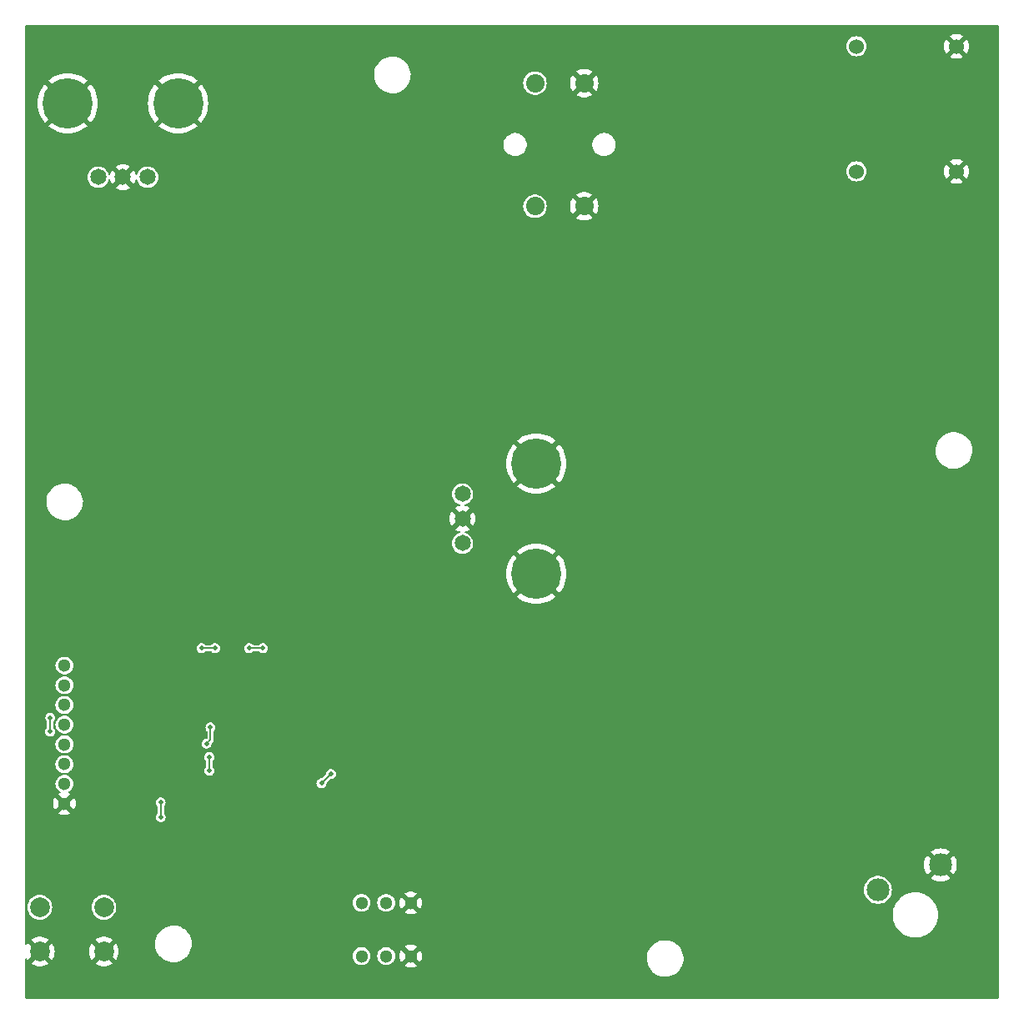
<source format=gbl>
G04 #@! TF.GenerationSoftware,KiCad,Pcbnew,7.0.1*
G04 #@! TF.CreationDate,2023-10-11T19:34:26-05:00*
G04 #@! TF.ProjectId,Tactile_Board,54616374-696c-4655-9f42-6f6172642e6b,1*
G04 #@! TF.SameCoordinates,Original*
G04 #@! TF.FileFunction,Copper,L6,Bot*
G04 #@! TF.FilePolarity,Positive*
%FSLAX46Y46*%
G04 Gerber Fmt 4.6, Leading zero omitted, Abs format (unit mm)*
G04 Created by KiCad (PCBNEW 7.0.1) date 2023-10-11 19:34:26*
%MOMM*%
%LPD*%
G01*
G04 APERTURE LIST*
G04 #@! TA.AperFunction,ComponentPad*
%ADD10C,2.000000*%
G04 #@! TD*
G04 #@! TA.AperFunction,ComponentPad*
%ADD11C,2.324000*%
G04 #@! TD*
G04 #@! TA.AperFunction,ComponentPad*
%ADD12C,1.650000*%
G04 #@! TD*
G04 #@! TA.AperFunction,ComponentPad*
%ADD13C,5.100000*%
G04 #@! TD*
G04 #@! TA.AperFunction,ComponentPad*
%ADD14C,1.875000*%
G04 #@! TD*
G04 #@! TA.AperFunction,ComponentPad*
%ADD15C,1.300000*%
G04 #@! TD*
G04 #@! TA.AperFunction,ComponentPad*
%ADD16C,1.524000*%
G04 #@! TD*
G04 #@! TA.AperFunction,ViaPad*
%ADD17C,0.500000*%
G04 #@! TD*
G04 #@! TA.AperFunction,Conductor*
%ADD18C,0.130000*%
G04 #@! TD*
G04 #@! TA.AperFunction,Conductor*
%ADD19C,0.200000*%
G04 #@! TD*
G04 APERTURE END LIST*
D10*
X162052000Y-109858800D03*
X168552000Y-109858800D03*
X162052000Y-114358800D03*
X168552000Y-114358800D03*
D11*
X247140800Y-108095600D03*
X253490800Y-105555600D03*
D12*
X204957200Y-67902800D03*
X204957200Y-72902800D03*
D13*
X212457200Y-64802800D03*
D12*
X204957200Y-70402800D03*
D13*
X212457200Y-76002800D03*
D14*
X212320799Y-38678400D03*
X212320799Y-26178400D03*
X217320799Y-38678400D03*
X217320799Y-26178400D03*
D12*
X167983600Y-35737000D03*
X172983600Y-35737000D03*
D13*
X164883600Y-28237000D03*
D12*
X170483600Y-35737000D03*
D13*
X176083600Y-28237000D03*
D15*
X164540000Y-85325000D03*
X164540000Y-87325000D03*
X164540000Y-89325000D03*
X164540000Y-91325000D03*
X164540000Y-93325000D03*
X164540000Y-95325000D03*
X164540000Y-97325000D03*
X164540000Y-99325000D03*
D16*
X244956400Y-22446800D03*
X244956400Y-35146800D03*
X255116400Y-22446800D03*
X255116400Y-35146800D03*
D15*
X194715200Y-109416400D03*
X194715200Y-114816400D03*
X197215200Y-109416400D03*
X197215200Y-114816400D03*
X199715200Y-109416400D03*
X199715200Y-114816400D03*
D17*
X190642993Y-97283407D03*
X178478100Y-83559200D03*
X183310600Y-83559200D03*
X184688500Y-83559200D03*
X179837100Y-83559200D03*
X191603952Y-96322448D03*
X163092200Y-92024500D03*
X163117600Y-90625500D03*
X179373600Y-91611000D03*
X178967549Y-93262349D03*
X171790000Y-47500000D03*
X212990000Y-85900000D03*
X166790000Y-89900000D03*
X161390000Y-32300000D03*
X232140336Y-26837816D03*
X189190000Y-86700000D03*
X161390000Y-56500000D03*
X198190000Y-104700000D03*
X227990000Y-82500000D03*
X168790000Y-88100000D03*
X248390000Y-113900000D03*
X167590000Y-92700000D03*
X195655000Y-117900000D03*
X258190000Y-51700000D03*
X188390000Y-64900000D03*
X245390000Y-96100000D03*
X171190000Y-83500000D03*
X161390000Y-59100000D03*
X234023927Y-37103391D03*
X192990000Y-59900000D03*
X198590000Y-89300000D03*
X223390000Y-117900000D03*
X221990000Y-106100000D03*
X202190000Y-59100000D03*
X162990000Y-86500000D03*
X161390000Y-64300000D03*
X184910800Y-85845200D03*
X204590000Y-83900000D03*
X180516600Y-88994800D03*
X188568400Y-80562000D03*
X258190000Y-105700000D03*
X258190000Y-100300000D03*
X176990000Y-53700000D03*
X258190000Y-55100000D03*
X175990000Y-96500000D03*
X188190000Y-52700000D03*
X167990000Y-80900000D03*
X162000000Y-107105000D03*
X187990000Y-93700000D03*
X166590000Y-88100000D03*
X200790000Y-70300000D03*
X161190000Y-79500000D03*
X258190000Y-92700000D03*
X258190000Y-75900000D03*
X161390000Y-66700000D03*
X191590000Y-73100000D03*
X179190000Y-97900000D03*
X243190000Y-49900000D03*
X214590000Y-47500000D03*
X234790000Y-101100000D03*
X179590000Y-22100000D03*
X227790000Y-117900000D03*
X214590000Y-22100000D03*
X209990000Y-69100000D03*
X177390000Y-78500000D03*
X250390000Y-22100000D03*
X258190000Y-87100000D03*
X185990000Y-114100000D03*
X200190000Y-45300000D03*
X258190000Y-97700000D03*
X258190000Y-61900000D03*
X207390000Y-22100000D03*
X240790000Y-22100000D03*
X171190000Y-92700000D03*
X161390000Y-35700000D03*
X181790000Y-105900000D03*
X235190000Y-22100000D03*
X218990000Y-71700000D03*
X222590000Y-22100000D03*
X189390000Y-94700000D03*
X231790000Y-117900000D03*
X173990000Y-88100000D03*
X190084800Y-92883600D03*
X258190000Y-34900000D03*
X227190000Y-75300000D03*
X235390000Y-77700000D03*
X223852532Y-26743637D03*
X185012400Y-95700400D03*
X162000000Y-103295000D03*
X185190000Y-109900000D03*
X210390000Y-111700000D03*
X195990000Y-22100000D03*
X244590000Y-80700000D03*
X254990000Y-113300000D03*
X165810000Y-117900000D03*
X177875000Y-117900000D03*
X169990000Y-94100000D03*
X188790000Y-85300000D03*
X185390000Y-97600000D03*
X171590000Y-42500000D03*
X227190000Y-88500000D03*
X165590000Y-74500000D03*
X226790000Y-22100000D03*
X236590000Y-111100000D03*
X189590000Y-108500000D03*
X228190000Y-106300000D03*
X188670000Y-117900000D03*
X184390000Y-60500000D03*
X161390000Y-39300000D03*
X176990000Y-85100000D03*
X180590000Y-84700000D03*
X258190000Y-90300000D03*
X200190000Y-30300000D03*
X172990000Y-85100000D03*
X173590000Y-22300000D03*
X258190000Y-42100000D03*
X245790000Y-117900000D03*
X212165000Y-117900000D03*
X203590000Y-22100000D03*
X175990000Y-93500000D03*
X196790000Y-53300000D03*
X202990000Y-77100000D03*
X176790000Y-88100000D03*
X171990000Y-59700000D03*
X203698100Y-92480988D03*
X209190000Y-72100000D03*
X204590000Y-99500000D03*
X234965723Y-69406989D03*
X211190000Y-22100000D03*
X258190000Y-108900000D03*
X182066000Y-85972200D03*
X166590000Y-86300000D03*
X258190000Y-38100000D03*
X250590000Y-117900000D03*
X251790000Y-77700000D03*
X258190000Y-58700000D03*
X238638727Y-29569024D03*
X208355000Y-117900000D03*
X251070432Y-44637758D03*
X175157200Y-89833000D03*
X194990000Y-77300000D03*
X216590000Y-111500000D03*
X171590000Y-89900000D03*
X258190000Y-111900000D03*
X252390000Y-84500000D03*
X186990000Y-77500000D03*
X230590000Y-22100000D03*
X258190000Y-27700000D03*
X191390000Y-101100000D03*
X170790000Y-88100000D03*
X165190000Y-63900000D03*
X199590000Y-22100000D03*
X161390000Y-53900000D03*
X161390000Y-42300000D03*
X228190000Y-32300000D03*
X192990000Y-45700000D03*
X171790000Y-97100000D03*
X244590000Y-90100000D03*
X176770100Y-92741300D03*
X161390000Y-45100000D03*
X202790000Y-74700000D03*
X198390000Y-65100000D03*
X236990000Y-92500000D03*
X169790000Y-76500000D03*
X161590000Y-23900000D03*
X186257000Y-90645800D03*
X195926800Y-112060600D03*
X198990000Y-74700000D03*
X227390000Y-66300000D03*
X226790000Y-92900000D03*
X164790000Y-22300000D03*
X215390000Y-100100000D03*
X171990000Y-102300000D03*
X174990000Y-86300000D03*
X192190000Y-30300000D03*
X170990000Y-86100000D03*
X258190000Y-65300000D03*
X182447000Y-84829200D03*
X186790000Y-98500000D03*
X258190000Y-24300000D03*
X258190000Y-84100000D03*
X258190000Y-70900000D03*
X161390000Y-48300000D03*
X176190000Y-42700000D03*
X161390000Y-62100000D03*
X215847267Y-93987861D03*
X224390000Y-47700000D03*
X196790000Y-99300000D03*
X196590000Y-70500000D03*
X249190000Y-102700000D03*
X237390000Y-61500000D03*
X184390000Y-70700000D03*
X244990000Y-63100000D03*
X166990000Y-104300000D03*
X163390000Y-83100000D03*
X243990000Y-73300000D03*
X219426091Y-85229160D03*
X216190000Y-106100000D03*
X183990000Y-22100000D03*
X258190000Y-73500000D03*
X258190000Y-115500000D03*
X187781000Y-87064400D03*
X184590000Y-30700000D03*
X185164800Y-88944000D03*
X235990000Y-117900000D03*
X173190000Y-93300000D03*
X223990000Y-38700000D03*
X188190000Y-22100000D03*
X234790000Y-106300000D03*
X258190000Y-102900000D03*
X168390000Y-99900000D03*
X161390000Y-76500000D03*
X227990000Y-100100000D03*
X190603252Y-113536658D03*
X162000000Y-117900000D03*
X217730859Y-55185872D03*
X177151695Y-86198422D03*
X258190000Y-78700000D03*
X178990000Y-100900000D03*
X235059903Y-55468411D03*
X184590000Y-45500000D03*
X176782800Y-90315600D03*
X205590000Y-111500000D03*
X176390000Y-61100000D03*
X192190000Y-22100000D03*
X174990000Y-84900000D03*
X172990000Y-65700000D03*
X165390000Y-52300000D03*
X219520271Y-89843960D03*
X170255000Y-117900000D03*
X177190000Y-98900000D03*
X200100000Y-117900000D03*
X161390000Y-51100000D03*
X242590000Y-111700000D03*
X161390000Y-68700000D03*
X258190000Y-95100000D03*
X185495000Y-117900000D03*
X222390000Y-110900000D03*
X258190000Y-81300000D03*
X258190000Y-31100000D03*
X219590000Y-117900000D03*
X218390000Y-22100000D03*
X210390000Y-106100000D03*
X191390000Y-79300000D03*
X169390000Y-89900000D03*
X251918049Y-26743637D03*
X228790000Y-110900000D03*
X258190000Y-48100000D03*
X258190000Y-44900000D03*
X188990000Y-39100000D03*
X251390000Y-68900000D03*
X252790000Y-98100000D03*
X193990000Y-75300000D03*
X181685000Y-117900000D03*
X209390000Y-100100000D03*
X215975000Y-117900000D03*
X184990000Y-100500000D03*
X240790000Y-117900000D03*
X210390000Y-90300000D03*
X171990000Y-54100000D03*
X188590000Y-104300000D03*
X191845000Y-117900000D03*
X168990000Y-22300000D03*
X251590000Y-56700000D03*
X176790000Y-47300000D03*
X221590000Y-100100000D03*
X174065000Y-117900000D03*
X235624980Y-85888417D03*
X161390000Y-74100000D03*
X252190000Y-91100000D03*
X161390000Y-71300000D03*
X204545000Y-117900000D03*
X178713200Y-86785000D03*
X254990000Y-117900000D03*
X197190000Y-38500000D03*
X172990000Y-79500000D03*
X174390000Y-109300000D03*
X179990000Y-113500000D03*
X232790000Y-42300000D03*
X258190000Y-68100000D03*
X241390000Y-106300000D03*
X204990000Y-105500000D03*
X249092661Y-31735155D03*
X174390000Y-72900000D03*
X168590000Y-84100000D03*
X174319000Y-100717100D03*
X174319000Y-99218100D03*
X179272000Y-94608200D03*
X179272000Y-95979800D03*
D18*
X191603952Y-96322448D02*
X190642993Y-97283407D01*
X184688500Y-83559200D02*
X183310600Y-83559200D01*
X179837100Y-83559200D02*
X178478100Y-83559200D01*
D19*
X163092200Y-90650900D02*
X163117600Y-90625500D01*
X163092200Y-92024500D02*
X163092200Y-90650900D01*
D18*
X179373600Y-92856298D02*
X179373600Y-91611000D01*
X178967549Y-93262349D02*
X179373600Y-92856298D01*
X179272000Y-95979800D02*
X179272000Y-94608200D01*
D19*
X174319000Y-100717100D02*
X174319000Y-99218100D01*
G04 #@! TA.AperFunction,Conductor*
G36*
X259382500Y-20310414D02*
G01*
X259409586Y-20337500D01*
X259419500Y-20374500D01*
X259419500Y-119065500D01*
X259409586Y-119102500D01*
X259382500Y-119129586D01*
X259345500Y-119139500D01*
X160654500Y-119139500D01*
X160617500Y-119129586D01*
X160590414Y-119102500D01*
X160580500Y-119065500D01*
X160580500Y-115582410D01*
X161181941Y-115582410D01*
X161228766Y-115618854D01*
X161447390Y-115737167D01*
X161682510Y-115817883D01*
X161927707Y-115858800D01*
X162176293Y-115858800D01*
X162421489Y-115817883D01*
X162656609Y-115737167D01*
X162875234Y-115618854D01*
X162922056Y-115582410D01*
X162922057Y-115582410D01*
X167681941Y-115582410D01*
X167728766Y-115618854D01*
X167947390Y-115737167D01*
X168182510Y-115817883D01*
X168427707Y-115858800D01*
X168676293Y-115858800D01*
X168921489Y-115817883D01*
X169011563Y-115786961D01*
X199098191Y-115786961D01*
X199200404Y-115850247D01*
X199399139Y-115927238D01*
X199608637Y-115966400D01*
X199821763Y-115966400D01*
X200031260Y-115927238D01*
X200229995Y-115850247D01*
X200332207Y-115786961D01*
X199715200Y-115169953D01*
X199098191Y-115786961D01*
X169011563Y-115786961D01*
X169156609Y-115737167D01*
X169375234Y-115618854D01*
X169422056Y-115582410D01*
X169422057Y-115582410D01*
X168552000Y-114712353D01*
X167681941Y-115582410D01*
X162922057Y-115582410D01*
X162052000Y-114712353D01*
X161181941Y-115582410D01*
X160580500Y-115582410D01*
X160580500Y-115091213D01*
X160597055Y-115044564D01*
X160639314Y-115018788D01*
X160688368Y-115025418D01*
X160722267Y-115061488D01*
X160728267Y-115075168D01*
X160828563Y-115228682D01*
X161698447Y-114358800D01*
X162405553Y-114358800D01*
X163275435Y-115228682D01*
X163375732Y-115075168D01*
X163475586Y-114847522D01*
X163536613Y-114606534D01*
X163557141Y-114358799D01*
X167046858Y-114358799D01*
X167067386Y-114606534D01*
X167128413Y-114847522D01*
X167228267Y-115075168D01*
X167328563Y-115228682D01*
X168198447Y-114358800D01*
X168905553Y-114358800D01*
X169775435Y-115228682D01*
X169875732Y-115075168D01*
X169975586Y-114847522D01*
X170036613Y-114606534D01*
X170057141Y-114358799D01*
X170036613Y-114111065D01*
X169975586Y-113870077D01*
X169876382Y-113643914D01*
X173753780Y-113643914D01*
X173783469Y-113913745D01*
X173852131Y-114176381D01*
X173852132Y-114176384D01*
X173958303Y-114426224D01*
X174099719Y-114657944D01*
X174273368Y-114866604D01*
X174475546Y-115047757D01*
X174701947Y-115197542D01*
X174855176Y-115269373D01*
X174947745Y-115312768D01*
X175207696Y-115390975D01*
X175476265Y-115430500D01*
X175476268Y-115430500D01*
X175679775Y-115430500D01*
X175679781Y-115430500D01*
X175882740Y-115415645D01*
X176147709Y-115356621D01*
X176401261Y-115259646D01*
X176637991Y-115126786D01*
X176852853Y-114960875D01*
X176992145Y-114816399D01*
X193805717Y-114816399D01*
X193825592Y-115005494D01*
X193884345Y-115186318D01*
X193979414Y-115350981D01*
X194106637Y-115492277D01*
X194260459Y-115604036D01*
X194434151Y-115681368D01*
X194434154Y-115681368D01*
X194434155Y-115681369D01*
X194620133Y-115720900D01*
X194810266Y-115720900D01*
X194810267Y-115720900D01*
X194996245Y-115681369D01*
X194996246Y-115681368D01*
X194996248Y-115681368D01*
X195169940Y-115604036D01*
X195323762Y-115492277D01*
X195384887Y-115424391D01*
X195450986Y-115350980D01*
X195546053Y-115186320D01*
X195604808Y-115005492D01*
X195624682Y-114816400D01*
X195624682Y-114816399D01*
X196305717Y-114816399D01*
X196325592Y-115005494D01*
X196384345Y-115186318D01*
X196479414Y-115350981D01*
X196606637Y-115492277D01*
X196760459Y-115604036D01*
X196934151Y-115681368D01*
X196934154Y-115681368D01*
X196934155Y-115681369D01*
X197120133Y-115720900D01*
X197310266Y-115720900D01*
X197310267Y-115720900D01*
X197496245Y-115681369D01*
X197496246Y-115681368D01*
X197496248Y-115681368D01*
X197669940Y-115604036D01*
X197823762Y-115492277D01*
X197884887Y-115424391D01*
X197950986Y-115350980D01*
X198046053Y-115186320D01*
X198104808Y-115005492D01*
X198124682Y-114816400D01*
X198560272Y-114816400D01*
X198579937Y-115028616D01*
X198638262Y-115233606D01*
X198733261Y-115424391D01*
X198742035Y-115436009D01*
X199361646Y-114816400D01*
X200068753Y-114816400D01*
X200688364Y-115436009D01*
X200697139Y-115424390D01*
X200792137Y-115233606D01*
X200820502Y-115133914D01*
X223683780Y-115133914D01*
X223713469Y-115403745D01*
X223748128Y-115536316D01*
X223782132Y-115666384D01*
X223888303Y-115916224D01*
X224029719Y-116147944D01*
X224203368Y-116356604D01*
X224405546Y-116537757D01*
X224631947Y-116687542D01*
X224848856Y-116789225D01*
X224877745Y-116802768D01*
X225137696Y-116880975D01*
X225406265Y-116920500D01*
X225406268Y-116920500D01*
X225609775Y-116920500D01*
X225609781Y-116920500D01*
X225812740Y-116905645D01*
X226077709Y-116846621D01*
X226331261Y-116749646D01*
X226567991Y-116616786D01*
X226782853Y-116450875D01*
X226971269Y-116255447D01*
X227129223Y-116034668D01*
X227253348Y-115793244D01*
X227340998Y-115536320D01*
X227390306Y-115269371D01*
X227400220Y-114998089D01*
X227370530Y-114728253D01*
X227301868Y-114465616D01*
X227195697Y-114215776D01*
X227054281Y-113984056D01*
X226880632Y-113775396D01*
X226795159Y-113698812D01*
X226678454Y-113594243D01*
X226559001Y-113515214D01*
X226452053Y-113444458D01*
X226452051Y-113444457D01*
X226206254Y-113329231D01*
X225946303Y-113251024D01*
X225677735Y-113211500D01*
X225677732Y-113211500D01*
X225474219Y-113211500D01*
X225271259Y-113226355D01*
X225271260Y-113226355D01*
X225006287Y-113285380D01*
X224752742Y-113382352D01*
X224516008Y-113515214D01*
X224301144Y-113681126D01*
X224112731Y-113876552D01*
X223954776Y-114097332D01*
X223830653Y-114338752D01*
X223743001Y-114595683D01*
X223693694Y-114862626D01*
X223693693Y-114862629D01*
X223693694Y-114862629D01*
X223684041Y-115126785D01*
X223683780Y-115133914D01*
X200820502Y-115133914D01*
X200850462Y-115028616D01*
X200870127Y-114816400D01*
X200850462Y-114604183D01*
X200792137Y-114399190D01*
X200697140Y-114208409D01*
X200688364Y-114196788D01*
X200068753Y-114816400D01*
X199361646Y-114816400D01*
X198742034Y-114196788D01*
X198733260Y-114208408D01*
X198638262Y-114399190D01*
X198579937Y-114604183D01*
X198560272Y-114816400D01*
X198124682Y-114816400D01*
X198104808Y-114627308D01*
X198094531Y-114595680D01*
X198046054Y-114446481D01*
X197950985Y-114281818D01*
X197823762Y-114140522D01*
X197669940Y-114028763D01*
X197496248Y-113951431D01*
X197318956Y-113913747D01*
X197310267Y-113911900D01*
X197120133Y-113911900D01*
X197111444Y-113913747D01*
X196934151Y-113951431D01*
X196760459Y-114028763D01*
X196606637Y-114140522D01*
X196479414Y-114281818D01*
X196384345Y-114446481D01*
X196325592Y-114627305D01*
X196305717Y-114816399D01*
X195624682Y-114816399D01*
X195604808Y-114627308D01*
X195594531Y-114595680D01*
X195546054Y-114446481D01*
X195450985Y-114281818D01*
X195323762Y-114140522D01*
X195169940Y-114028763D01*
X194996248Y-113951431D01*
X194818956Y-113913747D01*
X194810267Y-113911900D01*
X194620133Y-113911900D01*
X194611444Y-113913747D01*
X194434151Y-113951431D01*
X194260459Y-114028763D01*
X194106637Y-114140522D01*
X193979414Y-114281818D01*
X193884345Y-114446481D01*
X193825592Y-114627305D01*
X193805717Y-114816399D01*
X176992145Y-114816399D01*
X177041269Y-114765447D01*
X177199223Y-114544668D01*
X177323348Y-114303244D01*
X177410998Y-114046320D01*
X177448029Y-113845837D01*
X199098192Y-113845837D01*
X199715199Y-114462845D01*
X200332206Y-113845837D01*
X200332207Y-113845837D01*
X200229995Y-113782552D01*
X200031260Y-113705561D01*
X199821763Y-113666400D01*
X199608637Y-113666400D01*
X199399139Y-113705561D01*
X199200404Y-113782552D01*
X199098192Y-113845837D01*
X177448029Y-113845837D01*
X177460306Y-113779371D01*
X177470220Y-113508089D01*
X177440530Y-113238253D01*
X177371868Y-112975616D01*
X177265697Y-112725776D01*
X177124281Y-112494056D01*
X176950632Y-112285396D01*
X176931913Y-112268624D01*
X176748454Y-112104243D01*
X176653619Y-112041501D01*
X176522053Y-111954458D01*
X176522051Y-111954457D01*
X176276254Y-111839231D01*
X176016303Y-111761024D01*
X175747735Y-111721500D01*
X175747732Y-111721500D01*
X175544219Y-111721500D01*
X175341260Y-111736355D01*
X175098980Y-111790325D01*
X175076287Y-111795380D01*
X174822742Y-111892352D01*
X174586008Y-112025214D01*
X174371144Y-112191126D01*
X174182731Y-112386552D01*
X174024776Y-112607332D01*
X173900653Y-112848752D01*
X173813001Y-113105683D01*
X173763694Y-113372626D01*
X173761069Y-113444457D01*
X173754421Y-113626387D01*
X173753780Y-113643914D01*
X169876382Y-113643914D01*
X169875732Y-113642431D01*
X169775435Y-113488916D01*
X168905553Y-114358800D01*
X168198447Y-114358800D01*
X167328563Y-113488916D01*
X167228267Y-113642431D01*
X167128413Y-113870077D01*
X167067386Y-114111065D01*
X167046858Y-114358799D01*
X163557141Y-114358799D01*
X163536613Y-114111065D01*
X163475586Y-113870077D01*
X163375732Y-113642431D01*
X163275435Y-113488916D01*
X162405553Y-114358800D01*
X161698447Y-114358800D01*
X160828563Y-113488916D01*
X160728267Y-113642431D01*
X160722267Y-113656112D01*
X160688368Y-113692182D01*
X160639314Y-113698812D01*
X160597055Y-113673036D01*
X160580500Y-113626387D01*
X160580500Y-113135189D01*
X161181942Y-113135189D01*
X162051999Y-114005246D01*
X162922056Y-113135189D01*
X167681942Y-113135189D01*
X168551999Y-114005246D01*
X169422056Y-113135189D01*
X169375232Y-113098745D01*
X169156609Y-112980432D01*
X168921489Y-112899716D01*
X168676293Y-112858800D01*
X168427707Y-112858800D01*
X168182510Y-112899716D01*
X167947390Y-112980432D01*
X167728766Y-113098745D01*
X167681942Y-113135188D01*
X167681942Y-113135189D01*
X162922056Y-113135189D01*
X162875232Y-113098745D01*
X162656609Y-112980432D01*
X162421489Y-112899716D01*
X162176293Y-112858800D01*
X161927707Y-112858800D01*
X161682510Y-112899716D01*
X161447390Y-112980432D01*
X161228766Y-113098745D01*
X161181942Y-113135188D01*
X161181942Y-113135189D01*
X160580500Y-113135189D01*
X160580500Y-109858800D01*
X160792707Y-109858800D01*
X160811838Y-110077474D01*
X160868651Y-110289499D01*
X160961421Y-110488447D01*
X161087325Y-110668256D01*
X161242543Y-110823474D01*
X161422352Y-110949378D01*
X161422353Y-110949378D01*
X161422354Y-110949379D01*
X161621297Y-111042147D01*
X161621299Y-111042147D01*
X161621300Y-111042148D01*
X161833325Y-111098961D01*
X162052000Y-111118092D01*
X162270674Y-111098961D01*
X162482703Y-111042147D01*
X162681646Y-110949379D01*
X162861457Y-110823474D01*
X163016674Y-110668257D01*
X163142579Y-110488446D01*
X163235347Y-110289503D01*
X163292161Y-110077474D01*
X163311292Y-109858800D01*
X167292707Y-109858800D01*
X167311838Y-110077474D01*
X167368651Y-110289499D01*
X167461421Y-110488447D01*
X167587325Y-110668256D01*
X167742543Y-110823474D01*
X167922352Y-110949378D01*
X167922353Y-110949378D01*
X167922354Y-110949379D01*
X168121297Y-111042147D01*
X168121299Y-111042147D01*
X168121300Y-111042148D01*
X168333325Y-111098961D01*
X168552000Y-111118092D01*
X168770674Y-111098961D01*
X168982703Y-111042147D01*
X169181646Y-110949379D01*
X169361457Y-110823474D01*
X169516674Y-110668257D01*
X169539541Y-110635600D01*
X248641355Y-110635600D01*
X248661113Y-110937043D01*
X248661114Y-110937048D01*
X248720045Y-111233324D01*
X248782403Y-111417023D01*
X248817151Y-111519386D01*
X248950762Y-111790322D01*
X249118594Y-112041501D01*
X249317776Y-112268624D01*
X249544899Y-112467806D01*
X249796078Y-112635638D01*
X250067014Y-112769249D01*
X250330822Y-112858800D01*
X250353075Y-112866354D01*
X250451833Y-112885997D01*
X250649357Y-112925287D01*
X250875355Y-112940100D01*
X251026239Y-112940100D01*
X251026245Y-112940100D01*
X251252243Y-112925287D01*
X251498477Y-112876308D01*
X251548524Y-112866354D01*
X251548525Y-112866353D01*
X251548528Y-112866353D01*
X251834586Y-112769249D01*
X252105522Y-112635638D01*
X252356701Y-112467806D01*
X252583824Y-112268624D01*
X252783006Y-112041501D01*
X252950838Y-111790323D01*
X253084449Y-111519386D01*
X253181553Y-111233328D01*
X253240487Y-110937043D01*
X253260245Y-110635600D01*
X253240487Y-110334157D01*
X253181553Y-110037872D01*
X253084449Y-109751814D01*
X252950838Y-109480878D01*
X252783006Y-109229699D01*
X252583824Y-109002576D01*
X252384641Y-108827896D01*
X252356700Y-108803393D01*
X252105525Y-108635564D01*
X252105524Y-108635563D01*
X252105522Y-108635562D01*
X251834586Y-108501951D01*
X251732223Y-108467203D01*
X251548524Y-108404845D01*
X251252248Y-108345914D01*
X251252243Y-108345913D01*
X251026245Y-108331100D01*
X250875355Y-108331100D01*
X250649357Y-108345913D01*
X250649352Y-108345913D01*
X250649351Y-108345914D01*
X250353075Y-108404845D01*
X250072271Y-108500166D01*
X250067014Y-108501951D01*
X249809865Y-108628763D01*
X249796074Y-108635564D01*
X249544899Y-108803393D01*
X249317776Y-109002576D01*
X249118593Y-109229699D01*
X248950762Y-109480876D01*
X248817151Y-109751813D01*
X248720045Y-110037875D01*
X248686995Y-110204036D01*
X248661113Y-110334157D01*
X248641355Y-110635600D01*
X169539541Y-110635600D01*
X169642579Y-110488446D01*
X169689902Y-110386961D01*
X199098191Y-110386961D01*
X199200404Y-110450247D01*
X199399139Y-110527238D01*
X199608637Y-110566400D01*
X199821763Y-110566400D01*
X200031260Y-110527238D01*
X200229995Y-110450247D01*
X200332207Y-110386961D01*
X199715200Y-109769953D01*
X199098191Y-110386961D01*
X169689902Y-110386961D01*
X169735347Y-110289503D01*
X169792161Y-110077474D01*
X169811292Y-109858800D01*
X169792161Y-109640126D01*
X169749489Y-109480876D01*
X169735348Y-109428100D01*
X169729892Y-109416400D01*
X169729892Y-109416399D01*
X193805717Y-109416399D01*
X193825592Y-109605494D01*
X193884345Y-109786318D01*
X193979414Y-109950981D01*
X194106637Y-110092277D01*
X194260459Y-110204036D01*
X194434151Y-110281368D01*
X194434154Y-110281368D01*
X194434155Y-110281369D01*
X194620133Y-110320900D01*
X194810266Y-110320900D01*
X194810267Y-110320900D01*
X194996245Y-110281369D01*
X194996246Y-110281368D01*
X194996248Y-110281368D01*
X195169940Y-110204036D01*
X195323762Y-110092277D01*
X195384887Y-110024391D01*
X195450986Y-109950980D01*
X195546053Y-109786320D01*
X195604808Y-109605492D01*
X195624682Y-109416400D01*
X195624682Y-109416399D01*
X196305717Y-109416399D01*
X196325592Y-109605494D01*
X196384345Y-109786318D01*
X196479414Y-109950981D01*
X196606637Y-110092277D01*
X196760459Y-110204036D01*
X196934151Y-110281368D01*
X196934154Y-110281368D01*
X196934155Y-110281369D01*
X197120133Y-110320900D01*
X197310266Y-110320900D01*
X197310267Y-110320900D01*
X197496245Y-110281369D01*
X197496246Y-110281368D01*
X197496248Y-110281368D01*
X197669940Y-110204036D01*
X197823762Y-110092277D01*
X197884887Y-110024391D01*
X197950986Y-109950980D01*
X198046053Y-109786320D01*
X198104808Y-109605492D01*
X198124682Y-109416400D01*
X198124682Y-109416399D01*
X198560272Y-109416399D01*
X198579937Y-109628616D01*
X198638262Y-109833606D01*
X198733261Y-110024391D01*
X198742035Y-110036009D01*
X199361646Y-109416399D01*
X200068753Y-109416399D01*
X200688364Y-110036009D01*
X200697139Y-110024390D01*
X200792137Y-109833606D01*
X200850462Y-109628616D01*
X200870127Y-109416399D01*
X200850462Y-109204183D01*
X200792137Y-108999190D01*
X200697140Y-108808409D01*
X200688364Y-108796788D01*
X200068753Y-109416399D01*
X199361646Y-109416399D01*
X198742034Y-108796788D01*
X198733260Y-108808408D01*
X198638262Y-108999190D01*
X198579937Y-109204183D01*
X198560272Y-109416399D01*
X198124682Y-109416399D01*
X198104808Y-109227308D01*
X198076871Y-109141327D01*
X198046054Y-109046481D01*
X197950985Y-108881818D01*
X197823762Y-108740522D01*
X197669940Y-108628763D01*
X197496248Y-108551431D01*
X197356761Y-108521782D01*
X197310267Y-108511900D01*
X197120133Y-108511900D01*
X197082937Y-108519806D01*
X196934151Y-108551431D01*
X196760459Y-108628763D01*
X196606637Y-108740522D01*
X196479414Y-108881818D01*
X196384345Y-109046481D01*
X196325592Y-109227305D01*
X196305717Y-109416399D01*
X195624682Y-109416399D01*
X195604808Y-109227308D01*
X195576871Y-109141327D01*
X195546054Y-109046481D01*
X195450985Y-108881818D01*
X195323762Y-108740522D01*
X195169940Y-108628763D01*
X194996248Y-108551431D01*
X194856761Y-108521782D01*
X194810267Y-108511900D01*
X194620133Y-108511900D01*
X194582937Y-108519806D01*
X194434151Y-108551431D01*
X194260459Y-108628763D01*
X194106637Y-108740522D01*
X193979414Y-108881818D01*
X193884345Y-109046481D01*
X193825592Y-109227305D01*
X193805717Y-109416399D01*
X169729892Y-109416399D01*
X169642579Y-109229154D01*
X169641286Y-109227308D01*
X169516674Y-109049343D01*
X169361456Y-108894125D01*
X169181647Y-108768221D01*
X168982699Y-108675451D01*
X168770674Y-108618638D01*
X168552000Y-108599507D01*
X168333325Y-108618638D01*
X168121300Y-108675451D01*
X167922352Y-108768221D01*
X167742543Y-108894125D01*
X167587325Y-109049343D01*
X167461421Y-109229152D01*
X167368651Y-109428100D01*
X167311838Y-109640125D01*
X167292707Y-109858800D01*
X163311292Y-109858800D01*
X163292161Y-109640126D01*
X163249489Y-109480876D01*
X163235348Y-109428100D01*
X163229892Y-109416400D01*
X163142579Y-109229154D01*
X163141286Y-109227308D01*
X163016674Y-109049343D01*
X162861456Y-108894125D01*
X162681647Y-108768221D01*
X162482699Y-108675451D01*
X162270674Y-108618638D01*
X162052000Y-108599507D01*
X161833325Y-108618638D01*
X161621300Y-108675451D01*
X161422352Y-108768221D01*
X161242543Y-108894125D01*
X161087325Y-109049343D01*
X160961421Y-109229152D01*
X160868651Y-109428100D01*
X160811838Y-109640125D01*
X160792707Y-109858800D01*
X160580500Y-109858800D01*
X160580500Y-108445837D01*
X199098192Y-108445837D01*
X199715199Y-109062845D01*
X200332206Y-108445837D01*
X200332207Y-108445837D01*
X200229995Y-108382552D01*
X200031260Y-108305561D01*
X199821763Y-108266400D01*
X199608637Y-108266400D01*
X199399139Y-108305561D01*
X199200404Y-108382552D01*
X199098192Y-108445837D01*
X160580500Y-108445837D01*
X160580500Y-108095599D01*
X245719444Y-108095599D01*
X245738829Y-108329543D01*
X245796459Y-108557117D01*
X245890755Y-108772090D01*
X246019147Y-108968609D01*
X246019149Y-108968611D01*
X246019151Y-108968614D01*
X246178142Y-109141325D01*
X246178144Y-109141327D01*
X246363392Y-109285511D01*
X246466620Y-109341375D01*
X246569848Y-109397239D01*
X246791878Y-109473462D01*
X247023425Y-109512100D01*
X247258174Y-109512100D01*
X247258175Y-109512100D01*
X247489722Y-109473462D01*
X247711752Y-109397239D01*
X247918207Y-109285511D01*
X248103458Y-109141325D01*
X248262449Y-108968614D01*
X248390844Y-108772090D01*
X248485142Y-108557113D01*
X248542770Y-108329547D01*
X248562155Y-108095600D01*
X248542770Y-107861653D01*
X248485142Y-107634087D01*
X248390844Y-107419110D01*
X248390844Y-107419109D01*
X248262452Y-107222590D01*
X248262450Y-107222588D01*
X248262449Y-107222586D01*
X248103458Y-107049875D01*
X248103457Y-107049874D01*
X248103455Y-107049872D01*
X247918207Y-106905688D01*
X247902722Y-106897308D01*
X252502643Y-106897308D01*
X252510881Y-106904344D01*
X252733933Y-107041030D01*
X252975628Y-107141144D01*
X253229999Y-107202213D01*
X253490800Y-107222739D01*
X253751600Y-107202213D01*
X254005971Y-107141144D01*
X254247666Y-107041030D01*
X254470720Y-106904343D01*
X254478955Y-106897309D01*
X254478955Y-106897308D01*
X253490800Y-105909153D01*
X252502643Y-106897308D01*
X247902722Y-106897308D01*
X247711750Y-106793960D01*
X247489725Y-106717739D01*
X247489724Y-106717738D01*
X247489722Y-106717738D01*
X247258175Y-106679100D01*
X247023425Y-106679100D01*
X246791878Y-106717738D01*
X246791876Y-106717738D01*
X246791874Y-106717739D01*
X246569849Y-106793960D01*
X246363392Y-106905688D01*
X246178144Y-107049872D01*
X246019147Y-107222590D01*
X245890755Y-107419109D01*
X245796459Y-107634082D01*
X245738829Y-107861656D01*
X245719444Y-108095599D01*
X160580500Y-108095599D01*
X160580500Y-105555599D01*
X251823660Y-105555599D01*
X251844186Y-105816400D01*
X251905255Y-106070771D01*
X252005369Y-106312466D01*
X252142054Y-106535519D01*
X252149089Y-106543755D01*
X252149090Y-106543755D01*
X253137247Y-105555600D01*
X253844353Y-105555600D01*
X254832508Y-106543755D01*
X254832509Y-106543755D01*
X254839543Y-106535520D01*
X254976230Y-106312466D01*
X255076344Y-106070771D01*
X255137413Y-105816400D01*
X255157939Y-105555599D01*
X255137413Y-105294799D01*
X255076344Y-105040428D01*
X254976230Y-104798733D01*
X254839544Y-104575681D01*
X254832508Y-104567443D01*
X253844353Y-105555600D01*
X253137247Y-105555600D01*
X252149090Y-104567443D01*
X252142053Y-104575682D01*
X252005369Y-104798733D01*
X251905255Y-105040428D01*
X251844186Y-105294799D01*
X251823660Y-105555599D01*
X160580500Y-105555599D01*
X160580500Y-104213890D01*
X252502643Y-104213890D01*
X253490799Y-105202046D01*
X254478955Y-104213890D01*
X254478955Y-104213889D01*
X254470719Y-104206854D01*
X254247666Y-104070169D01*
X254005971Y-103970055D01*
X253751600Y-103908986D01*
X253490800Y-103888460D01*
X253229999Y-103908986D01*
X252975628Y-103970055D01*
X252733933Y-104070169D01*
X252510882Y-104206853D01*
X252502643Y-104213890D01*
X160580500Y-104213890D01*
X160580500Y-100717099D01*
X173809312Y-100717099D01*
X173829957Y-100860695D01*
X173890223Y-100992659D01*
X173985224Y-101102295D01*
X173985225Y-101102296D01*
X174107268Y-101180729D01*
X174246464Y-101221600D01*
X174391534Y-101221600D01*
X174391536Y-101221600D01*
X174530732Y-101180729D01*
X174652775Y-101102296D01*
X174747777Y-100992658D01*
X174808042Y-100860696D01*
X174828688Y-100717100D01*
X174808042Y-100573504D01*
X174747777Y-100441542D01*
X174747776Y-100441541D01*
X174747776Y-100441540D01*
X174691575Y-100376681D01*
X174678166Y-100354081D01*
X174673500Y-100328221D01*
X174673500Y-99606979D01*
X174678166Y-99581119D01*
X174691575Y-99558519D01*
X174747776Y-99493659D01*
X174747775Y-99493659D01*
X174747777Y-99493658D01*
X174808042Y-99361696D01*
X174828688Y-99218100D01*
X174808042Y-99074504D01*
X174747777Y-98942542D01*
X174747776Y-98942541D01*
X174747776Y-98942540D01*
X174652774Y-98832903D01*
X174530734Y-98754472D01*
X174530733Y-98754471D01*
X174530732Y-98754471D01*
X174391536Y-98713600D01*
X174246464Y-98713600D01*
X174107268Y-98754471D01*
X174107265Y-98754472D01*
X173985225Y-98832903D01*
X173890223Y-98942540D01*
X173829957Y-99074504D01*
X173809312Y-99218100D01*
X173829957Y-99361695D01*
X173890223Y-99493659D01*
X173946425Y-99558519D01*
X173959834Y-99581119D01*
X173964500Y-99606979D01*
X173964500Y-100328221D01*
X173959834Y-100354081D01*
X173946425Y-100376681D01*
X173890223Y-100441540D01*
X173829957Y-100573504D01*
X173809312Y-100717099D01*
X160580500Y-100717099D01*
X160580500Y-100295561D01*
X163922991Y-100295561D01*
X164025204Y-100358847D01*
X164223939Y-100435838D01*
X164433437Y-100475000D01*
X164646563Y-100475000D01*
X164856060Y-100435838D01*
X165054795Y-100358847D01*
X165157007Y-100295561D01*
X164540000Y-99678553D01*
X163922991Y-100295561D01*
X160580500Y-100295561D01*
X160580500Y-99324999D01*
X163385072Y-99324999D01*
X163404737Y-99537216D01*
X163463062Y-99742206D01*
X163558061Y-99932991D01*
X163566835Y-99944609D01*
X164186446Y-99325000D01*
X164893553Y-99325000D01*
X165513164Y-99944609D01*
X165521939Y-99932990D01*
X165616937Y-99742206D01*
X165675262Y-99537216D01*
X165694927Y-99324999D01*
X165675262Y-99112783D01*
X165616937Y-98907790D01*
X165521940Y-98717009D01*
X165513164Y-98705388D01*
X164893553Y-99325000D01*
X164186446Y-99325000D01*
X163566834Y-98705388D01*
X163558060Y-98717008D01*
X163463062Y-98907790D01*
X163404737Y-99112783D01*
X163385072Y-99324999D01*
X160580500Y-99324999D01*
X160580500Y-97325000D01*
X163630517Y-97325000D01*
X163650392Y-97514094D01*
X163709145Y-97694918D01*
X163804214Y-97859581D01*
X163931437Y-98000877D01*
X164085255Y-98112633D01*
X164085258Y-98112634D01*
X164085259Y-98112635D01*
X164109220Y-98123303D01*
X164141674Y-98151369D01*
X164153099Y-98192727D01*
X164139651Y-98233474D01*
X164105853Y-98259908D01*
X164025204Y-98291152D01*
X163922992Y-98354437D01*
X164539999Y-98971445D01*
X165157006Y-98354437D01*
X165157007Y-98354437D01*
X165054795Y-98291152D01*
X164974146Y-98259908D01*
X164940348Y-98233473D01*
X164926900Y-98192727D01*
X164938325Y-98151368D01*
X164970779Y-98123303D01*
X164994741Y-98112635D01*
X164994741Y-98112634D01*
X164994743Y-98112634D01*
X165148562Y-98000877D01*
X165275785Y-97859581D01*
X165317167Y-97787907D01*
X165370853Y-97694920D01*
X165429608Y-97514092D01*
X165449482Y-97325000D01*
X165445110Y-97283406D01*
X190133305Y-97283406D01*
X190153950Y-97427002D01*
X190214216Y-97558966D01*
X190309217Y-97668602D01*
X190309218Y-97668603D01*
X190431261Y-97747036D01*
X190570457Y-97787907D01*
X190715527Y-97787907D01*
X190715529Y-97787907D01*
X190854725Y-97747036D01*
X190976768Y-97668603D01*
X191071770Y-97558965D01*
X191132035Y-97427003D01*
X191152681Y-97283407D01*
X191150680Y-97269492D01*
X191153714Y-97235596D01*
X191171599Y-97206640D01*
X191529618Y-96848622D01*
X191553627Y-96832581D01*
X191581945Y-96826948D01*
X191676486Y-96826948D01*
X191676488Y-96826948D01*
X191815684Y-96786077D01*
X191937727Y-96707644D01*
X192032729Y-96598006D01*
X192092994Y-96466044D01*
X192113640Y-96322448D01*
X192092994Y-96178852D01*
X192032729Y-96046890D01*
X192032728Y-96046889D01*
X192032728Y-96046888D01*
X191937726Y-95937251D01*
X191815686Y-95858820D01*
X191815685Y-95858819D01*
X191815684Y-95858819D01*
X191676488Y-95817948D01*
X191531416Y-95817948D01*
X191392220Y-95858819D01*
X191392217Y-95858820D01*
X191270177Y-95937251D01*
X191175175Y-96046888D01*
X191114909Y-96178852D01*
X191094263Y-96322451D01*
X191096263Y-96336361D01*
X191093229Y-96370260D01*
X191075342Y-96399215D01*
X190717326Y-96757233D01*
X190693319Y-96773274D01*
X190665000Y-96778907D01*
X190570457Y-96778907D01*
X190431261Y-96819778D01*
X190431258Y-96819779D01*
X190309218Y-96898210D01*
X190214216Y-97007847D01*
X190153950Y-97139811D01*
X190133305Y-97283406D01*
X165445110Y-97283406D01*
X165429608Y-97135908D01*
X165387999Y-97007849D01*
X165370854Y-96955081D01*
X165275785Y-96790418D01*
X165148562Y-96649122D01*
X164994740Y-96537363D01*
X164821048Y-96460031D01*
X164681561Y-96430382D01*
X164635067Y-96420500D01*
X164444933Y-96420500D01*
X164407737Y-96428406D01*
X164258951Y-96460031D01*
X164085259Y-96537363D01*
X163931437Y-96649122D01*
X163804214Y-96790418D01*
X163709145Y-96955081D01*
X163650392Y-97135905D01*
X163630517Y-97325000D01*
X160580500Y-97325000D01*
X160580500Y-95325000D01*
X163630517Y-95325000D01*
X163650392Y-95514094D01*
X163709145Y-95694918D01*
X163804214Y-95859581D01*
X163931437Y-96000877D01*
X164085259Y-96112636D01*
X164258951Y-96189968D01*
X164258954Y-96189968D01*
X164258955Y-96189969D01*
X164444933Y-96229500D01*
X164635066Y-96229500D01*
X164635067Y-96229500D01*
X164821045Y-96189969D01*
X164821046Y-96189968D01*
X164821048Y-96189968D01*
X164994740Y-96112636D01*
X165148562Y-96000877D01*
X165167541Y-95979799D01*
X178762312Y-95979799D01*
X178782957Y-96123395D01*
X178843223Y-96255359D01*
X178938225Y-96364996D01*
X179060268Y-96443429D01*
X179199464Y-96484300D01*
X179344534Y-96484300D01*
X179344536Y-96484300D01*
X179483732Y-96443429D01*
X179605775Y-96364996D01*
X179700777Y-96255358D01*
X179761042Y-96123396D01*
X179781688Y-95979800D01*
X179761042Y-95836204D01*
X179700777Y-95704242D01*
X179700776Y-95704241D01*
X179700776Y-95704240D01*
X179609575Y-95598989D01*
X179596166Y-95576389D01*
X179591500Y-95550529D01*
X179591500Y-95037471D01*
X179596166Y-95011611D01*
X179609575Y-94989011D01*
X179700776Y-94883759D01*
X179700775Y-94883759D01*
X179700777Y-94883758D01*
X179761042Y-94751796D01*
X179781688Y-94608200D01*
X179761042Y-94464604D01*
X179700777Y-94332642D01*
X179700776Y-94332641D01*
X179700776Y-94332640D01*
X179605774Y-94223003D01*
X179483734Y-94144572D01*
X179483733Y-94144571D01*
X179483732Y-94144571D01*
X179344536Y-94103700D01*
X179199464Y-94103700D01*
X179060268Y-94144571D01*
X179060265Y-94144572D01*
X178938225Y-94223003D01*
X178843223Y-94332640D01*
X178782957Y-94464604D01*
X178762312Y-94608199D01*
X178782957Y-94751795D01*
X178843223Y-94883759D01*
X178934425Y-94989011D01*
X178947834Y-95011611D01*
X178952500Y-95037471D01*
X178952500Y-95550529D01*
X178947834Y-95576389D01*
X178934425Y-95598989D01*
X178843223Y-95704240D01*
X178782957Y-95836204D01*
X178762312Y-95979799D01*
X165167541Y-95979799D01*
X165275785Y-95859581D01*
X165276225Y-95858820D01*
X165370853Y-95694920D01*
X165429608Y-95514092D01*
X165449482Y-95325000D01*
X165429608Y-95135908D01*
X165397624Y-95037471D01*
X165370854Y-94955081D01*
X165275785Y-94790418D01*
X165148562Y-94649122D01*
X164994740Y-94537363D01*
X164821048Y-94460031D01*
X164681561Y-94430382D01*
X164635067Y-94420500D01*
X164444933Y-94420500D01*
X164407737Y-94428406D01*
X164258951Y-94460031D01*
X164085259Y-94537363D01*
X163931437Y-94649122D01*
X163804214Y-94790418D01*
X163709145Y-94955081D01*
X163650392Y-95135905D01*
X163630517Y-95325000D01*
X160580500Y-95325000D01*
X160580500Y-93325000D01*
X163630517Y-93325000D01*
X163650392Y-93514094D01*
X163709145Y-93694918D01*
X163804214Y-93859581D01*
X163931437Y-94000877D01*
X164085259Y-94112636D01*
X164258951Y-94189968D01*
X164258954Y-94189968D01*
X164258955Y-94189969D01*
X164444933Y-94229500D01*
X164635066Y-94229500D01*
X164635067Y-94229500D01*
X164821045Y-94189969D01*
X164821046Y-94189968D01*
X164821048Y-94189968D01*
X164994740Y-94112636D01*
X165148562Y-94000877D01*
X165275785Y-93859581D01*
X165329325Y-93766849D01*
X165370853Y-93694920D01*
X165429608Y-93514092D01*
X165449482Y-93325000D01*
X165442897Y-93262349D01*
X178457861Y-93262349D01*
X178478506Y-93405944D01*
X178538772Y-93537908D01*
X178633773Y-93647544D01*
X178633774Y-93647545D01*
X178755817Y-93725978D01*
X178895013Y-93766849D01*
X179040083Y-93766849D01*
X179040085Y-93766849D01*
X179179281Y-93725978D01*
X179301324Y-93647545D01*
X179396326Y-93537907D01*
X179456591Y-93405945D01*
X179477237Y-93262349D01*
X179475236Y-93248434D01*
X179478270Y-93214538D01*
X179496155Y-93185582D01*
X179587382Y-93094355D01*
X179592118Y-93090016D01*
X179622127Y-93064837D01*
X179641710Y-93030915D01*
X179645159Y-93025501D01*
X179667633Y-92993408D01*
X179668804Y-92989033D01*
X179676201Y-92971178D01*
X179678464Y-92967259D01*
X179685262Y-92928697D01*
X179686660Y-92922395D01*
X179696795Y-92884573D01*
X179693382Y-92845564D01*
X179693100Y-92839113D01*
X179693100Y-92040271D01*
X179697766Y-92014411D01*
X179711175Y-91991811D01*
X179802376Y-91886559D01*
X179802375Y-91886559D01*
X179802377Y-91886558D01*
X179862642Y-91754596D01*
X179883288Y-91611000D01*
X179862642Y-91467404D01*
X179802377Y-91335442D01*
X179802376Y-91335441D01*
X179802376Y-91335440D01*
X179707374Y-91225803D01*
X179585334Y-91147372D01*
X179585333Y-91147371D01*
X179585332Y-91147371D01*
X179446136Y-91106500D01*
X179301064Y-91106500D01*
X179161868Y-91147371D01*
X179161865Y-91147372D01*
X179039825Y-91225803D01*
X178944823Y-91335440D01*
X178884557Y-91467404D01*
X178863912Y-91610999D01*
X178884557Y-91754595D01*
X178944823Y-91886559D01*
X179036025Y-91991811D01*
X179049434Y-92014411D01*
X179054100Y-92040271D01*
X179054100Y-92683849D01*
X179044186Y-92720849D01*
X179017100Y-92747935D01*
X178980100Y-92757849D01*
X178895013Y-92757849D01*
X178784085Y-92790420D01*
X178755814Y-92798721D01*
X178633774Y-92877152D01*
X178538772Y-92986789D01*
X178478506Y-93118753D01*
X178457861Y-93262349D01*
X165442897Y-93262349D01*
X165429608Y-93135908D01*
X165415369Y-93092085D01*
X165370854Y-92955081D01*
X165275785Y-92790418D01*
X165148562Y-92649122D01*
X164994740Y-92537363D01*
X164821048Y-92460031D01*
X164681561Y-92430382D01*
X164635067Y-92420500D01*
X164444933Y-92420500D01*
X164407737Y-92428406D01*
X164258951Y-92460031D01*
X164085259Y-92537363D01*
X163931437Y-92649122D01*
X163804214Y-92790418D01*
X163709145Y-92955081D01*
X163650392Y-93135905D01*
X163630517Y-93325000D01*
X160580500Y-93325000D01*
X160580500Y-92024499D01*
X162582512Y-92024499D01*
X162603157Y-92168095D01*
X162663423Y-92300059D01*
X162758425Y-92409696D01*
X162880468Y-92488129D01*
X163019664Y-92529000D01*
X163164734Y-92529000D01*
X163164736Y-92529000D01*
X163303932Y-92488129D01*
X163425975Y-92409696D01*
X163520977Y-92300058D01*
X163581242Y-92168096D01*
X163601888Y-92024500D01*
X163581242Y-91880904D01*
X163520977Y-91748942D01*
X163520976Y-91748941D01*
X163520976Y-91748940D01*
X163464775Y-91684081D01*
X163451366Y-91661481D01*
X163446700Y-91635621D01*
X163446700Y-91325000D01*
X163630517Y-91325000D01*
X163650392Y-91514094D01*
X163709145Y-91694918D01*
X163804214Y-91859581D01*
X163931437Y-92000877D01*
X164085259Y-92112636D01*
X164258951Y-92189968D01*
X164258954Y-92189968D01*
X164258955Y-92189969D01*
X164444933Y-92229500D01*
X164635066Y-92229500D01*
X164635067Y-92229500D01*
X164821045Y-92189969D01*
X164821046Y-92189968D01*
X164821048Y-92189968D01*
X164994740Y-92112636D01*
X165148562Y-92000877D01*
X165275785Y-91859581D01*
X165370854Y-91694918D01*
X165429607Y-91514094D01*
X165429608Y-91514092D01*
X165449482Y-91325000D01*
X165429608Y-91135908D01*
X165383899Y-90995231D01*
X165370854Y-90955081D01*
X165275785Y-90790418D01*
X165148562Y-90649122D01*
X164994740Y-90537363D01*
X164821048Y-90460031D01*
X164681561Y-90430382D01*
X164635067Y-90420500D01*
X164444933Y-90420500D01*
X164407737Y-90428406D01*
X164258951Y-90460031D01*
X164085259Y-90537363D01*
X163931437Y-90649122D01*
X163804214Y-90790418D01*
X163709145Y-90955081D01*
X163650392Y-91135905D01*
X163630517Y-91325000D01*
X163446700Y-91325000D01*
X163446700Y-91043691D01*
X163451366Y-91017830D01*
X163464773Y-90995232D01*
X163546377Y-90901058D01*
X163606642Y-90769096D01*
X163627288Y-90625500D01*
X163606642Y-90481904D01*
X163546377Y-90349942D01*
X163546376Y-90349941D01*
X163546376Y-90349940D01*
X163451374Y-90240303D01*
X163329334Y-90161872D01*
X163329333Y-90161871D01*
X163329332Y-90161871D01*
X163190136Y-90121000D01*
X163045064Y-90121000D01*
X162905868Y-90161871D01*
X162905865Y-90161872D01*
X162783825Y-90240303D01*
X162688823Y-90349940D01*
X162628557Y-90481904D01*
X162607912Y-90625500D01*
X162628557Y-90769095D01*
X162688822Y-90901057D01*
X162719626Y-90936606D01*
X162733034Y-90959206D01*
X162737700Y-90985066D01*
X162737700Y-91635621D01*
X162733034Y-91661481D01*
X162719625Y-91684081D01*
X162663423Y-91748940D01*
X162603157Y-91880904D01*
X162582512Y-92024499D01*
X160580500Y-92024499D01*
X160580500Y-89325000D01*
X163630517Y-89325000D01*
X163650392Y-89514094D01*
X163709145Y-89694918D01*
X163804214Y-89859581D01*
X163931437Y-90000877D01*
X164085259Y-90112636D01*
X164258951Y-90189968D01*
X164258954Y-90189968D01*
X164258955Y-90189969D01*
X164444933Y-90229500D01*
X164635066Y-90229500D01*
X164635067Y-90229500D01*
X164821045Y-90189969D01*
X164821046Y-90189968D01*
X164821048Y-90189968D01*
X164994740Y-90112636D01*
X165148562Y-90000877D01*
X165275785Y-89859581D01*
X165370854Y-89694918D01*
X165429607Y-89514094D01*
X165429608Y-89514092D01*
X165449482Y-89325000D01*
X165429608Y-89135908D01*
X165427489Y-89129389D01*
X165370854Y-88955081D01*
X165275785Y-88790418D01*
X165148562Y-88649122D01*
X164994740Y-88537363D01*
X164821048Y-88460031D01*
X164681561Y-88430382D01*
X164635067Y-88420500D01*
X164444933Y-88420500D01*
X164407737Y-88428406D01*
X164258951Y-88460031D01*
X164085259Y-88537363D01*
X163931437Y-88649122D01*
X163804214Y-88790418D01*
X163709145Y-88955081D01*
X163650392Y-89135905D01*
X163630517Y-89325000D01*
X160580500Y-89325000D01*
X160580500Y-87324999D01*
X163630517Y-87324999D01*
X163650392Y-87514094D01*
X163709145Y-87694918D01*
X163804214Y-87859581D01*
X163931437Y-88000877D01*
X164085259Y-88112636D01*
X164258951Y-88189968D01*
X164258954Y-88189968D01*
X164258955Y-88189969D01*
X164444933Y-88229500D01*
X164635066Y-88229500D01*
X164635067Y-88229500D01*
X164821045Y-88189969D01*
X164821046Y-88189968D01*
X164821048Y-88189968D01*
X164994740Y-88112636D01*
X165148562Y-88000877D01*
X165275785Y-87859581D01*
X165370854Y-87694918D01*
X165429607Y-87514094D01*
X165429608Y-87514092D01*
X165449482Y-87325000D01*
X165429608Y-87135908D01*
X165427489Y-87129389D01*
X165370854Y-86955081D01*
X165275785Y-86790418D01*
X165148562Y-86649122D01*
X164994740Y-86537363D01*
X164821048Y-86460031D01*
X164681561Y-86430382D01*
X164635067Y-86420500D01*
X164444933Y-86420500D01*
X164407737Y-86428406D01*
X164258951Y-86460031D01*
X164085259Y-86537363D01*
X163931437Y-86649122D01*
X163804214Y-86790418D01*
X163709145Y-86955081D01*
X163650392Y-87135905D01*
X163630517Y-87324999D01*
X160580500Y-87324999D01*
X160580500Y-85325000D01*
X163630517Y-85325000D01*
X163650392Y-85514094D01*
X163709145Y-85694918D01*
X163804214Y-85859581D01*
X163931437Y-86000877D01*
X164085259Y-86112636D01*
X164258951Y-86189968D01*
X164258954Y-86189968D01*
X164258955Y-86189969D01*
X164444933Y-86229500D01*
X164635066Y-86229500D01*
X164635067Y-86229500D01*
X164821045Y-86189969D01*
X164821046Y-86189968D01*
X164821048Y-86189968D01*
X164994740Y-86112636D01*
X165148562Y-86000877D01*
X165275785Y-85859581D01*
X165370854Y-85694918D01*
X165429607Y-85514094D01*
X165429608Y-85514092D01*
X165449482Y-85325000D01*
X165429608Y-85135908D01*
X165427489Y-85129389D01*
X165370854Y-84955081D01*
X165275785Y-84790418D01*
X165148562Y-84649122D01*
X164994740Y-84537363D01*
X164821048Y-84460031D01*
X164681561Y-84430382D01*
X164635067Y-84420500D01*
X164444933Y-84420500D01*
X164407737Y-84428406D01*
X164258951Y-84460031D01*
X164085259Y-84537363D01*
X163931437Y-84649122D01*
X163804214Y-84790418D01*
X163709145Y-84955081D01*
X163650392Y-85135905D01*
X163630517Y-85325000D01*
X160580500Y-85325000D01*
X160580500Y-83559199D01*
X177968412Y-83559199D01*
X177989057Y-83702795D01*
X178049323Y-83834759D01*
X178144325Y-83944396D01*
X178266368Y-84022829D01*
X178405564Y-84063700D01*
X178550634Y-84063700D01*
X178550636Y-84063700D01*
X178689832Y-84022829D01*
X178811875Y-83944396D01*
X178846673Y-83904236D01*
X178871854Y-83885387D01*
X178902595Y-83878700D01*
X179412605Y-83878700D01*
X179443346Y-83885387D01*
X179468526Y-83904236D01*
X179503325Y-83944396D01*
X179625368Y-84022829D01*
X179764564Y-84063700D01*
X179909634Y-84063700D01*
X179909636Y-84063700D01*
X180048832Y-84022829D01*
X180170875Y-83944396D01*
X180265877Y-83834758D01*
X180326142Y-83702796D01*
X180346788Y-83559200D01*
X180346788Y-83559199D01*
X182800912Y-83559199D01*
X182821557Y-83702795D01*
X182881823Y-83834759D01*
X182976825Y-83944396D01*
X183098868Y-84022829D01*
X183238064Y-84063700D01*
X183383134Y-84063700D01*
X183383136Y-84063700D01*
X183522332Y-84022829D01*
X183644375Y-83944396D01*
X183679173Y-83904236D01*
X183704354Y-83885387D01*
X183735095Y-83878700D01*
X184264005Y-83878700D01*
X184294746Y-83885387D01*
X184319926Y-83904236D01*
X184354725Y-83944396D01*
X184476768Y-84022829D01*
X184615964Y-84063700D01*
X184761034Y-84063700D01*
X184761036Y-84063700D01*
X184900232Y-84022829D01*
X185022275Y-83944396D01*
X185117277Y-83834758D01*
X185177542Y-83702796D01*
X185198188Y-83559200D01*
X185177542Y-83415604D01*
X185117277Y-83283642D01*
X185117276Y-83283641D01*
X185117276Y-83283640D01*
X185022274Y-83174003D01*
X184900234Y-83095572D01*
X184900233Y-83095571D01*
X184900232Y-83095571D01*
X184761036Y-83054700D01*
X184615964Y-83054700D01*
X184476768Y-83095571D01*
X184476765Y-83095572D01*
X184354727Y-83174002D01*
X184354725Y-83174003D01*
X184354725Y-83174004D01*
X184319926Y-83214163D01*
X184294746Y-83233013D01*
X184264005Y-83239700D01*
X183735095Y-83239700D01*
X183704354Y-83233013D01*
X183679173Y-83214163D01*
X183644375Y-83174004D01*
X183522332Y-83095571D01*
X183383136Y-83054700D01*
X183238064Y-83054700D01*
X183098868Y-83095571D01*
X183098865Y-83095572D01*
X182976825Y-83174003D01*
X182881823Y-83283640D01*
X182821557Y-83415604D01*
X182800912Y-83559199D01*
X180346788Y-83559199D01*
X180326142Y-83415604D01*
X180265877Y-83283642D01*
X180265876Y-83283641D01*
X180265876Y-83283640D01*
X180170874Y-83174003D01*
X180048834Y-83095572D01*
X180048833Y-83095571D01*
X180048832Y-83095571D01*
X179909636Y-83054700D01*
X179764564Y-83054700D01*
X179625368Y-83095571D01*
X179625365Y-83095572D01*
X179503327Y-83174002D01*
X179503325Y-83174003D01*
X179503325Y-83174004D01*
X179468526Y-83214163D01*
X179443346Y-83233013D01*
X179412605Y-83239700D01*
X178902595Y-83239700D01*
X178871854Y-83233013D01*
X178846673Y-83214163D01*
X178811875Y-83174004D01*
X178689832Y-83095571D01*
X178550636Y-83054700D01*
X178405564Y-83054700D01*
X178266368Y-83095571D01*
X178266365Y-83095572D01*
X178144325Y-83174003D01*
X178049323Y-83283640D01*
X177989057Y-83415604D01*
X177968412Y-83559199D01*
X160580500Y-83559199D01*
X160580500Y-78329723D01*
X210483829Y-78329723D01*
X210552554Y-78391139D01*
X210831954Y-78589383D01*
X211131766Y-78755084D01*
X211448258Y-78886178D01*
X211777446Y-78981016D01*
X212115163Y-79038397D01*
X212457200Y-79057605D01*
X212799236Y-79038397D01*
X213136953Y-78981016D01*
X213466141Y-78886178D01*
X213782633Y-78755084D01*
X214082445Y-78589383D01*
X214361844Y-78391140D01*
X214430568Y-78329723D01*
X214430568Y-78329722D01*
X212457200Y-76356353D01*
X210483829Y-78329723D01*
X160580500Y-78329723D01*
X160580500Y-76002799D01*
X209402394Y-76002799D01*
X209421602Y-76344836D01*
X209478983Y-76682553D01*
X209573821Y-77011741D01*
X209704915Y-77328233D01*
X209870616Y-77628045D01*
X210068860Y-77907445D01*
X210130275Y-77976168D01*
X210130275Y-77976169D01*
X212103646Y-76002800D01*
X212103645Y-76002799D01*
X212810753Y-76002799D01*
X214784122Y-77976168D01*
X214784123Y-77976168D01*
X214845540Y-77907444D01*
X215043783Y-77628045D01*
X215209484Y-77328233D01*
X215340578Y-77011741D01*
X215435416Y-76682553D01*
X215492797Y-76344836D01*
X215512005Y-76002799D01*
X215492797Y-75660763D01*
X215435416Y-75323046D01*
X215340578Y-74993858D01*
X215209484Y-74677366D01*
X215043783Y-74377554D01*
X214845539Y-74098154D01*
X214784123Y-74029430D01*
X214784123Y-74029429D01*
X212810753Y-76002799D01*
X212103645Y-76002799D01*
X210130275Y-74029429D01*
X210068859Y-74098155D01*
X209870616Y-74377554D01*
X209704915Y-74677366D01*
X209573821Y-74993858D01*
X209478983Y-75323046D01*
X209421602Y-75660763D01*
X209402394Y-76002799D01*
X160580500Y-76002799D01*
X160580500Y-72902800D01*
X203873074Y-72902800D01*
X203891533Y-73102006D01*
X203946283Y-73294431D01*
X204035456Y-73473517D01*
X204156021Y-73633169D01*
X204156022Y-73633170D01*
X204303869Y-73767950D01*
X204473964Y-73873269D01*
X204660515Y-73945539D01*
X204857170Y-73982300D01*
X205057230Y-73982300D01*
X205253885Y-73945539D01*
X205440436Y-73873269D01*
X205610531Y-73767950D01*
X205711533Y-73675875D01*
X210483829Y-73675875D01*
X212457199Y-75649245D01*
X214430569Y-73675875D01*
X214361845Y-73614460D01*
X214082445Y-73416216D01*
X213782633Y-73250515D01*
X213466141Y-73119421D01*
X213136953Y-73024583D01*
X212799236Y-72967202D01*
X212457200Y-72947994D01*
X212115163Y-72967202D01*
X211777446Y-73024583D01*
X211448258Y-73119421D01*
X211131766Y-73250515D01*
X210831954Y-73416216D01*
X210552555Y-73614459D01*
X210483829Y-73675875D01*
X205711533Y-73675875D01*
X205758378Y-73633170D01*
X205878942Y-73473518D01*
X205878941Y-73473518D01*
X205878943Y-73473517D01*
X205968116Y-73294431D01*
X206022866Y-73102006D01*
X206041325Y-72902800D01*
X206022866Y-72703593D01*
X205968116Y-72511168D01*
X205878943Y-72332082D01*
X205758378Y-72172430D01*
X205610531Y-72037650D01*
X205440436Y-71932331D01*
X205253884Y-71860060D01*
X205211433Y-71852125D01*
X205169020Y-71827746D01*
X205151086Y-71782233D01*
X205165467Y-71735475D01*
X205205879Y-71707906D01*
X205412108Y-71652648D01*
X205622232Y-71554666D01*
X205700623Y-71499776D01*
X204957200Y-70756353D01*
X204213776Y-71499776D01*
X204292167Y-71554666D01*
X204502292Y-71652648D01*
X204708520Y-71707906D01*
X204748932Y-71735475D01*
X204763313Y-71782233D01*
X204745379Y-71827746D01*
X204702966Y-71852125D01*
X204660515Y-71860060D01*
X204473963Y-71932331D01*
X204303868Y-72037650D01*
X204156021Y-72172430D01*
X204035456Y-72332082D01*
X203946283Y-72511168D01*
X203891533Y-72703593D01*
X203873074Y-72902800D01*
X160580500Y-72902800D01*
X160580500Y-68764914D01*
X162713780Y-68764914D01*
X162743469Y-69034745D01*
X162812131Y-69297381D01*
X162812132Y-69297384D01*
X162918303Y-69547224D01*
X163059719Y-69778944D01*
X163233368Y-69987604D01*
X163435546Y-70168757D01*
X163661947Y-70318542D01*
X163841685Y-70402800D01*
X163907745Y-70433768D01*
X164167696Y-70511975D01*
X164436265Y-70551500D01*
X164436268Y-70551500D01*
X164639775Y-70551500D01*
X164639781Y-70551500D01*
X164842740Y-70536645D01*
X165107709Y-70477621D01*
X165303337Y-70402800D01*
X203627138Y-70402800D01*
X203647345Y-70633759D01*
X203707351Y-70857707D01*
X203805335Y-71067835D01*
X203860222Y-71146223D01*
X204603647Y-70402800D01*
X205310753Y-70402800D01*
X206054176Y-71146223D01*
X206109066Y-71067832D01*
X206207048Y-70857707D01*
X206267054Y-70633759D01*
X206287261Y-70402800D01*
X206267054Y-70171840D01*
X206207048Y-69947892D01*
X206109066Y-69737768D01*
X206054175Y-69659376D01*
X205310753Y-70402800D01*
X204603647Y-70402800D01*
X203860224Y-69659377D01*
X203805333Y-69737768D01*
X203707351Y-69947892D01*
X203647345Y-70171840D01*
X203627138Y-70402800D01*
X165303337Y-70402800D01*
X165361261Y-70380646D01*
X165597991Y-70247786D01*
X165812853Y-70081875D01*
X166001269Y-69886447D01*
X166159223Y-69665668D01*
X166283348Y-69424244D01*
X166370998Y-69167320D01*
X166420306Y-68900371D01*
X166430220Y-68629089D01*
X166400530Y-68359253D01*
X166331868Y-68096616D01*
X166249505Y-67902800D01*
X203873074Y-67902800D01*
X203891533Y-68102006D01*
X203946283Y-68294431D01*
X204035456Y-68473517D01*
X204152937Y-68629085D01*
X204156022Y-68633170D01*
X204303869Y-68767950D01*
X204473964Y-68873269D01*
X204660515Y-68945539D01*
X204702965Y-68953474D01*
X204745378Y-68977852D01*
X204763313Y-69023365D01*
X204748932Y-69070124D01*
X204708520Y-69097693D01*
X204502292Y-69152951D01*
X204292168Y-69250933D01*
X204213777Y-69305824D01*
X204957199Y-70049246D01*
X205700623Y-69305822D01*
X205622235Y-69250935D01*
X205412107Y-69152951D01*
X205205879Y-69097693D01*
X205165467Y-69070124D01*
X205151086Y-69023365D01*
X205169021Y-68977852D01*
X205211432Y-68953474D01*
X205253885Y-68945539D01*
X205440436Y-68873269D01*
X205610531Y-68767950D01*
X205758378Y-68633170D01*
X205878942Y-68473518D01*
X205878941Y-68473518D01*
X205878943Y-68473517D01*
X205968116Y-68294431D01*
X206022866Y-68102006D01*
X206023366Y-68096616D01*
X206041325Y-67902800D01*
X206022866Y-67703593D01*
X205968116Y-67511169D01*
X205968116Y-67511168D01*
X205878943Y-67332082D01*
X205758378Y-67172430D01*
X205711531Y-67129723D01*
X210483829Y-67129723D01*
X210552554Y-67191139D01*
X210831954Y-67389383D01*
X211131766Y-67555084D01*
X211448258Y-67686178D01*
X211777446Y-67781016D01*
X212115163Y-67838397D01*
X212457200Y-67857605D01*
X212799236Y-67838397D01*
X213136953Y-67781016D01*
X213466141Y-67686178D01*
X213782633Y-67555084D01*
X214082445Y-67389383D01*
X214361844Y-67191140D01*
X214430568Y-67129723D01*
X214430568Y-67129722D01*
X212457200Y-65156353D01*
X210483829Y-67129723D01*
X205711531Y-67129723D01*
X205610531Y-67037650D01*
X205440436Y-66932331D01*
X205253884Y-66860060D01*
X205057230Y-66823300D01*
X204857170Y-66823300D01*
X204660515Y-66860060D01*
X204473963Y-66932331D01*
X204303868Y-67037650D01*
X204156021Y-67172430D01*
X204035456Y-67332082D01*
X203946283Y-67511168D01*
X203891533Y-67703593D01*
X203873074Y-67902800D01*
X166249505Y-67902800D01*
X166225697Y-67846776D01*
X166084281Y-67615056D01*
X165910632Y-67406396D01*
X165891644Y-67389383D01*
X165708454Y-67225243D01*
X165656907Y-67191140D01*
X165482053Y-67075458D01*
X165401402Y-67037650D01*
X165236254Y-66960231D01*
X164976303Y-66882024D01*
X164707735Y-66842500D01*
X164707732Y-66842500D01*
X164504219Y-66842500D01*
X164301259Y-66857355D01*
X164301260Y-66857355D01*
X164036287Y-66916380D01*
X163782742Y-67013352D01*
X163546008Y-67146214D01*
X163331144Y-67312126D01*
X163142731Y-67507552D01*
X162984776Y-67728332D01*
X162860653Y-67969752D01*
X162773001Y-68226683D01*
X162723694Y-68493626D01*
X162713780Y-68764914D01*
X160580500Y-68764914D01*
X160580500Y-64802800D01*
X209402394Y-64802800D01*
X209421602Y-65144836D01*
X209478983Y-65482553D01*
X209573821Y-65811741D01*
X209704915Y-66128233D01*
X209870616Y-66428045D01*
X210068860Y-66707445D01*
X210130275Y-66776168D01*
X210130275Y-66776169D01*
X212103646Y-64802800D01*
X212810753Y-64802800D01*
X214784122Y-66776168D01*
X214784123Y-66776168D01*
X214845540Y-66707444D01*
X215043783Y-66428045D01*
X215209484Y-66128233D01*
X215340578Y-65811741D01*
X215435416Y-65482553D01*
X215492797Y-65144836D01*
X215512005Y-64802800D01*
X215492797Y-64460763D01*
X215435416Y-64123046D01*
X215340578Y-63793858D01*
X215237049Y-63543914D01*
X253003780Y-63543914D01*
X253033469Y-63813745D01*
X253033470Y-63813747D01*
X253102132Y-64076384D01*
X253208303Y-64326224D01*
X253349719Y-64557944D01*
X253523368Y-64766604D01*
X253725546Y-64947757D01*
X253951947Y-65097542D01*
X254168856Y-65199225D01*
X254197745Y-65212768D01*
X254457696Y-65290975D01*
X254726265Y-65330500D01*
X254726268Y-65330500D01*
X254929775Y-65330500D01*
X254929781Y-65330500D01*
X255132740Y-65315645D01*
X255397709Y-65256621D01*
X255651261Y-65159646D01*
X255887991Y-65026786D01*
X256102853Y-64860875D01*
X256291269Y-64665447D01*
X256449223Y-64444668D01*
X256573348Y-64203244D01*
X256660998Y-63946320D01*
X256710306Y-63679371D01*
X256720220Y-63408089D01*
X256690530Y-63138253D01*
X256621868Y-62875616D01*
X256515697Y-62625776D01*
X256374281Y-62394056D01*
X256200632Y-62185396D01*
X255998454Y-62004243D01*
X255772053Y-61854458D01*
X255772051Y-61854457D01*
X255526254Y-61739231D01*
X255266303Y-61661024D01*
X254997735Y-61621500D01*
X254997732Y-61621500D01*
X254794219Y-61621500D01*
X254591260Y-61636354D01*
X254591260Y-61636355D01*
X254326287Y-61695380D01*
X254072742Y-61792352D01*
X253836008Y-61925214D01*
X253621144Y-62091126D01*
X253432731Y-62286552D01*
X253274776Y-62507332D01*
X253150653Y-62748752D01*
X253063001Y-63005683D01*
X253013694Y-63272626D01*
X253003780Y-63543914D01*
X215237049Y-63543914D01*
X215209484Y-63477366D01*
X215043783Y-63177554D01*
X214845539Y-62898154D01*
X214784123Y-62829430D01*
X214784123Y-62829429D01*
X212810753Y-64802800D01*
X212103646Y-64802800D01*
X210130275Y-62829429D01*
X210068859Y-62898155D01*
X209870616Y-63177554D01*
X209704915Y-63477366D01*
X209573821Y-63793858D01*
X209478983Y-64123046D01*
X209421602Y-64460763D01*
X209402394Y-64802800D01*
X160580500Y-64802800D01*
X160580500Y-62475875D01*
X210483829Y-62475875D01*
X212457199Y-64449245D01*
X214430569Y-62475875D01*
X214361845Y-62414460D01*
X214082445Y-62216216D01*
X213782633Y-62050515D01*
X213466141Y-61919421D01*
X213136953Y-61824583D01*
X212799236Y-61767202D01*
X212457200Y-61747994D01*
X212115163Y-61767202D01*
X211777446Y-61824583D01*
X211448258Y-61919421D01*
X211131766Y-62050515D01*
X210831954Y-62216216D01*
X210552555Y-62414459D01*
X210483829Y-62475875D01*
X160580500Y-62475875D01*
X160580500Y-38678399D01*
X211123691Y-38678399D01*
X211144074Y-38898367D01*
X211204529Y-39110843D01*
X211302998Y-39308597D01*
X211345531Y-39364919D01*
X211436126Y-39484886D01*
X211599381Y-39633712D01*
X211787202Y-39750006D01*
X211993195Y-39829808D01*
X212210344Y-39870400D01*
X212431254Y-39870400D01*
X212500408Y-39857473D01*
X216495277Y-39857473D01*
X216531869Y-39885954D01*
X216741379Y-39999334D01*
X216966706Y-40076688D01*
X217201685Y-40115900D01*
X217439913Y-40115900D01*
X217674891Y-40076688D01*
X217900218Y-39999334D01*
X218109732Y-39885952D01*
X218146319Y-39857474D01*
X218146320Y-39857474D01*
X217320799Y-39031953D01*
X216495277Y-39857473D01*
X212500408Y-39857473D01*
X212648403Y-39829808D01*
X212854396Y-39750006D01*
X213042217Y-39633712D01*
X213205472Y-39484886D01*
X213338600Y-39308596D01*
X213437068Y-39110845D01*
X213497523Y-38898368D01*
X213517906Y-38678400D01*
X213517906Y-38678399D01*
X215878371Y-38678399D01*
X215898044Y-38915812D01*
X215956528Y-39146759D01*
X216052221Y-39364919D01*
X216142517Y-39503127D01*
X216967246Y-38678400D01*
X217674352Y-38678400D01*
X218499079Y-39503127D01*
X218589376Y-39364919D01*
X218685069Y-39146759D01*
X218743553Y-38915812D01*
X218763226Y-38678399D01*
X218743553Y-38440987D01*
X218685069Y-38210040D01*
X218589376Y-37991880D01*
X218499079Y-37853671D01*
X217674352Y-38678400D01*
X216967246Y-38678400D01*
X216142517Y-37853671D01*
X216052221Y-37991880D01*
X215956528Y-38210040D01*
X215898044Y-38440987D01*
X215878371Y-38678399D01*
X213517906Y-38678399D01*
X213497523Y-38458432D01*
X213437068Y-38245955D01*
X213338600Y-38048204D01*
X213338599Y-38048203D01*
X213338599Y-38048202D01*
X213205472Y-37871914D01*
X213042217Y-37723088D01*
X212854396Y-37606794D01*
X212648402Y-37526991D01*
X212500398Y-37499325D01*
X216495277Y-37499325D01*
X217320798Y-38324846D01*
X218146319Y-37499325D01*
X218109730Y-37470847D01*
X217900218Y-37357465D01*
X217674891Y-37280111D01*
X217439913Y-37240900D01*
X217201685Y-37240900D01*
X216966706Y-37280111D01*
X216741379Y-37357465D01*
X216531863Y-37470849D01*
X216495277Y-37499324D01*
X216495277Y-37499325D01*
X212500398Y-37499325D01*
X212431254Y-37486400D01*
X212210344Y-37486400D01*
X211993195Y-37526991D01*
X211787201Y-37606794D01*
X211599380Y-37723088D01*
X211436125Y-37871914D01*
X211302998Y-38048202D01*
X211204529Y-38245956D01*
X211144074Y-38458432D01*
X211123691Y-38678399D01*
X160580500Y-38678399D01*
X160580500Y-36833976D01*
X169740176Y-36833976D01*
X169818567Y-36888866D01*
X170028692Y-36986848D01*
X170252640Y-37046854D01*
X170483600Y-37067061D01*
X170714559Y-37046854D01*
X170938507Y-36986848D01*
X171148632Y-36888866D01*
X171227023Y-36833976D01*
X170483600Y-36090553D01*
X169740176Y-36833976D01*
X160580500Y-36833976D01*
X160580500Y-35736999D01*
X166899474Y-35736999D01*
X166917933Y-35936206D01*
X166972683Y-36128631D01*
X167061856Y-36307717D01*
X167182421Y-36467369D01*
X167182422Y-36467370D01*
X167330269Y-36602150D01*
X167500364Y-36707469D01*
X167686915Y-36779739D01*
X167883570Y-36816500D01*
X168083630Y-36816500D01*
X168280285Y-36779739D01*
X168466836Y-36707469D01*
X168636931Y-36602150D01*
X168784778Y-36467370D01*
X168905342Y-36307718D01*
X168905341Y-36307718D01*
X168905343Y-36307717D01*
X168994516Y-36128632D01*
X169035676Y-35983971D01*
X169062484Y-35944997D01*
X169107421Y-35930224D01*
X169152125Y-35945688D01*
X169178330Y-35985070D01*
X169233751Y-36191907D01*
X169331735Y-36402035D01*
X169386622Y-36480423D01*
X170130047Y-35737000D01*
X170837153Y-35737000D01*
X171580576Y-36480423D01*
X171635466Y-36402032D01*
X171733448Y-36191908D01*
X171788869Y-35985070D01*
X171815074Y-35945688D01*
X171859778Y-35930224D01*
X171904715Y-35944997D01*
X171931523Y-35983970D01*
X171972684Y-36128633D01*
X172061856Y-36307717D01*
X172182421Y-36467369D01*
X172182422Y-36467370D01*
X172330269Y-36602150D01*
X172500364Y-36707469D01*
X172686915Y-36779739D01*
X172883570Y-36816500D01*
X173083630Y-36816500D01*
X173280285Y-36779739D01*
X173466836Y-36707469D01*
X173636931Y-36602150D01*
X173784778Y-36467370D01*
X173905342Y-36307718D01*
X173905341Y-36307718D01*
X173905343Y-36307717D01*
X173959705Y-36198541D01*
X254418211Y-36198541D01*
X254482987Y-36243898D01*
X254683120Y-36337221D01*
X254896424Y-36394375D01*
X255116399Y-36413621D01*
X255336375Y-36394375D01*
X255549681Y-36337220D01*
X255749811Y-36243899D01*
X255814587Y-36198541D01*
X255116400Y-35500353D01*
X254418211Y-36198541D01*
X173959705Y-36198541D01*
X173994516Y-36128631D01*
X174049266Y-35936206D01*
X174067725Y-35736999D01*
X174049266Y-35537793D01*
X173994516Y-35345368D01*
X173905343Y-35166282D01*
X173890631Y-35146800D01*
X243934982Y-35146800D01*
X243954608Y-35346069D01*
X243997944Y-35488929D01*
X244012734Y-35537683D01*
X244107120Y-35714267D01*
X244145751Y-35761339D01*
X244234148Y-35869052D01*
X244326688Y-35944997D01*
X244388932Y-35996079D01*
X244565516Y-36090465D01*
X244565520Y-36090467D01*
X244757131Y-36148592D01*
X244956400Y-36168218D01*
X245155669Y-36148592D01*
X245347280Y-36090467D01*
X245523869Y-35996078D01*
X245678652Y-35869052D01*
X245805678Y-35714269D01*
X245900067Y-35537680D01*
X245958192Y-35346069D01*
X245977818Y-35146800D01*
X253849578Y-35146800D01*
X253868824Y-35366775D01*
X253925978Y-35580079D01*
X254019301Y-35780212D01*
X254064658Y-35844986D01*
X254762846Y-35146800D01*
X255469953Y-35146800D01*
X256168141Y-35844987D01*
X256213499Y-35780211D01*
X256306820Y-35580081D01*
X256363975Y-35366775D01*
X256383221Y-35146800D01*
X256363975Y-34926824D01*
X256306821Y-34713520D01*
X256213498Y-34513388D01*
X256168140Y-34448612D01*
X255469953Y-35146800D01*
X254762846Y-35146800D01*
X254064657Y-34448611D01*
X254019301Y-34513389D01*
X253925978Y-34713520D01*
X253868824Y-34926824D01*
X253849578Y-35146800D01*
X245977818Y-35146800D01*
X245958192Y-34947531D01*
X245900067Y-34755920D01*
X245867109Y-34694260D01*
X245805679Y-34579332D01*
X245730028Y-34487151D01*
X245678652Y-34424548D01*
X245523869Y-34297522D01*
X245523870Y-34297522D01*
X245523867Y-34297520D01*
X245347283Y-34203134D01*
X245155669Y-34145008D01*
X244956400Y-34125382D01*
X244757130Y-34145008D01*
X244565516Y-34203134D01*
X244388932Y-34297520D01*
X244234148Y-34424548D01*
X244107120Y-34579332D01*
X244012734Y-34755916D01*
X243977566Y-34871850D01*
X243954608Y-34947531D01*
X243934982Y-35146800D01*
X173890631Y-35146800D01*
X173784778Y-35006630D01*
X173636931Y-34871850D01*
X173466836Y-34766531D01*
X173280284Y-34694260D01*
X173083630Y-34657500D01*
X172883570Y-34657500D01*
X172686915Y-34694260D01*
X172500363Y-34766531D01*
X172330268Y-34871850D01*
X172182421Y-35006630D01*
X172061856Y-35166282D01*
X171972684Y-35345366D01*
X171931523Y-35490029D01*
X171904715Y-35529002D01*
X171859778Y-35543775D01*
X171815074Y-35528311D01*
X171788869Y-35488929D01*
X171733448Y-35282091D01*
X171635466Y-35071968D01*
X171580575Y-34993576D01*
X170837153Y-35737000D01*
X170130047Y-35737000D01*
X169386624Y-34993577D01*
X169331733Y-35071968D01*
X169233751Y-35282092D01*
X169178330Y-35488929D01*
X169152125Y-35528311D01*
X169107421Y-35543775D01*
X169062484Y-35529002D01*
X169035676Y-35490028D01*
X168994516Y-35345368D01*
X168905343Y-35166282D01*
X168784778Y-35006630D01*
X168636931Y-34871850D01*
X168466836Y-34766531D01*
X168280284Y-34694260D01*
X168083630Y-34657500D01*
X167883570Y-34657500D01*
X167686915Y-34694260D01*
X167500363Y-34766531D01*
X167330268Y-34871850D01*
X167182421Y-35006630D01*
X167061856Y-35166282D01*
X166972683Y-35345368D01*
X166917933Y-35537793D01*
X166899474Y-35736999D01*
X160580500Y-35736999D01*
X160580500Y-34640024D01*
X169740177Y-34640024D01*
X170483599Y-35383446D01*
X171227023Y-34640022D01*
X171148635Y-34585135D01*
X170938507Y-34487151D01*
X170714559Y-34427145D01*
X170483600Y-34406938D01*
X170252640Y-34427145D01*
X170028692Y-34487151D01*
X169818568Y-34585133D01*
X169740177Y-34640024D01*
X160580500Y-34640024D01*
X160580500Y-34095057D01*
X254418211Y-34095057D01*
X255116399Y-34793245D01*
X255814587Y-34095057D01*
X255749812Y-34049701D01*
X255549679Y-33956378D01*
X255336375Y-33899224D01*
X255116400Y-33879978D01*
X254896424Y-33899224D01*
X254683120Y-33956378D01*
X254482989Y-34049701D01*
X254418211Y-34095057D01*
X160580500Y-34095057D01*
X160580500Y-32537697D01*
X209141299Y-32537697D01*
X209181466Y-32752568D01*
X209260431Y-32956401D01*
X209375505Y-33142253D01*
X209522771Y-33303795D01*
X209522774Y-33303797D01*
X209697210Y-33435526D01*
X209697211Y-33435526D01*
X209697212Y-33435527D01*
X209892889Y-33532963D01*
X210103138Y-33592784D01*
X210266265Y-33607900D01*
X210266268Y-33607900D01*
X210375330Y-33607900D01*
X210375333Y-33607900D01*
X210497677Y-33596562D01*
X210538460Y-33592784D01*
X210748709Y-33532963D01*
X210944386Y-33435527D01*
X211118827Y-33303795D01*
X211266093Y-33142253D01*
X211381167Y-32956401D01*
X211460132Y-32752568D01*
X211500299Y-32537697D01*
X218141299Y-32537697D01*
X218181466Y-32752568D01*
X218260431Y-32956401D01*
X218375505Y-33142253D01*
X218522771Y-33303795D01*
X218522774Y-33303797D01*
X218697210Y-33435526D01*
X218697211Y-33435526D01*
X218697212Y-33435527D01*
X218892889Y-33532963D01*
X219103138Y-33592784D01*
X219266265Y-33607900D01*
X219266268Y-33607900D01*
X219375330Y-33607900D01*
X219375333Y-33607900D01*
X219497677Y-33596562D01*
X219538460Y-33592784D01*
X219748709Y-33532963D01*
X219944386Y-33435527D01*
X220118827Y-33303795D01*
X220266093Y-33142253D01*
X220381167Y-32956401D01*
X220460132Y-32752568D01*
X220500299Y-32537697D01*
X220500299Y-32319103D01*
X220460132Y-32104232D01*
X220381167Y-31900399D01*
X220266093Y-31714547D01*
X220118827Y-31553005D01*
X220114176Y-31549493D01*
X219944387Y-31421273D01*
X219748707Y-31323836D01*
X219538459Y-31264015D01*
X219375333Y-31248900D01*
X219375330Y-31248900D01*
X219266268Y-31248900D01*
X219266265Y-31248900D01*
X219103138Y-31264015D01*
X218892890Y-31323836D01*
X218697210Y-31421273D01*
X218522774Y-31553002D01*
X218522771Y-31553004D01*
X218522771Y-31553005D01*
X218375505Y-31714547D01*
X218375503Y-31714549D01*
X218375503Y-31714550D01*
X218260431Y-31900398D01*
X218260431Y-31900399D01*
X218181466Y-32104232D01*
X218141299Y-32319103D01*
X218141299Y-32537697D01*
X211500299Y-32537697D01*
X211500299Y-32319103D01*
X211460132Y-32104232D01*
X211381167Y-31900399D01*
X211266093Y-31714547D01*
X211118827Y-31553005D01*
X211114176Y-31549493D01*
X210944387Y-31421273D01*
X210748707Y-31323836D01*
X210538459Y-31264015D01*
X210375333Y-31248900D01*
X210375330Y-31248900D01*
X210266268Y-31248900D01*
X210266265Y-31248900D01*
X210103138Y-31264015D01*
X209892890Y-31323836D01*
X209697210Y-31421273D01*
X209522774Y-31553002D01*
X209522771Y-31553004D01*
X209522771Y-31553005D01*
X209375505Y-31714547D01*
X209375503Y-31714549D01*
X209375503Y-31714550D01*
X209260431Y-31900398D01*
X209260431Y-31900399D01*
X209181466Y-32104232D01*
X209141299Y-32319103D01*
X209141299Y-32537697D01*
X160580500Y-32537697D01*
X160580500Y-30563923D01*
X162910229Y-30563923D01*
X162978954Y-30625339D01*
X163258354Y-30823583D01*
X163558166Y-30989284D01*
X163874658Y-31120378D01*
X164203846Y-31215216D01*
X164541563Y-31272597D01*
X164883600Y-31291805D01*
X165225636Y-31272597D01*
X165563353Y-31215216D01*
X165892541Y-31120378D01*
X166209033Y-30989284D01*
X166508845Y-30823583D01*
X166788244Y-30625340D01*
X166856968Y-30563923D01*
X174110229Y-30563923D01*
X174178954Y-30625339D01*
X174458354Y-30823583D01*
X174758166Y-30989284D01*
X175074658Y-31120378D01*
X175403846Y-31215216D01*
X175741563Y-31272597D01*
X176083600Y-31291805D01*
X176425636Y-31272597D01*
X176763353Y-31215216D01*
X177092541Y-31120378D01*
X177409033Y-30989284D01*
X177708845Y-30823583D01*
X177988244Y-30625340D01*
X178056968Y-30563923D01*
X178056968Y-30563922D01*
X176083600Y-28590553D01*
X174110229Y-30563923D01*
X166856968Y-30563923D01*
X166856968Y-30563922D01*
X164883600Y-28590553D01*
X162910229Y-30563923D01*
X160580500Y-30563923D01*
X160580500Y-28237000D01*
X161828794Y-28237000D01*
X161848002Y-28579036D01*
X161905383Y-28916753D01*
X162000221Y-29245941D01*
X162131315Y-29562433D01*
X162297016Y-29862245D01*
X162495260Y-30141645D01*
X162556675Y-30210368D01*
X162556675Y-30210369D01*
X164530046Y-28237000D01*
X165237153Y-28237000D01*
X167210522Y-30210368D01*
X167210523Y-30210368D01*
X167271940Y-30141644D01*
X167470183Y-29862245D01*
X167635884Y-29562433D01*
X167766978Y-29245941D01*
X167861816Y-28916753D01*
X167919197Y-28579036D01*
X167938405Y-28237000D01*
X173028794Y-28237000D01*
X173048002Y-28579036D01*
X173105383Y-28916753D01*
X173200221Y-29245941D01*
X173331315Y-29562433D01*
X173497016Y-29862245D01*
X173695260Y-30141645D01*
X173756675Y-30210368D01*
X173756675Y-30210369D01*
X175730046Y-28237000D01*
X176437153Y-28237000D01*
X178410522Y-30210368D01*
X178410523Y-30210368D01*
X178471940Y-30141644D01*
X178670183Y-29862245D01*
X178835884Y-29562433D01*
X178966978Y-29245941D01*
X179061816Y-28916753D01*
X179119197Y-28579036D01*
X179138405Y-28237000D01*
X179119197Y-27894963D01*
X179061816Y-27557246D01*
X178966978Y-27228058D01*
X178835884Y-26911566D01*
X178670183Y-26611754D01*
X178471939Y-26332354D01*
X178410523Y-26263630D01*
X178410523Y-26263629D01*
X176437153Y-28237000D01*
X175730046Y-28237000D01*
X173756675Y-26263629D01*
X173695259Y-26332355D01*
X173497016Y-26611754D01*
X173331315Y-26911566D01*
X173200221Y-27228058D01*
X173105383Y-27557246D01*
X173048002Y-27894963D01*
X173028794Y-28237000D01*
X167938405Y-28237000D01*
X167919197Y-27894963D01*
X167861816Y-27557246D01*
X167766978Y-27228058D01*
X167635884Y-26911566D01*
X167470183Y-26611754D01*
X167271939Y-26332354D01*
X167210523Y-26263630D01*
X167210523Y-26263629D01*
X165237153Y-28237000D01*
X164530046Y-28237000D01*
X162556675Y-26263629D01*
X162495259Y-26332355D01*
X162297016Y-26611754D01*
X162131315Y-26911566D01*
X162000221Y-27228058D01*
X161905383Y-27557246D01*
X161848002Y-27894963D01*
X161828794Y-28237000D01*
X160580500Y-28237000D01*
X160580500Y-25910075D01*
X162910229Y-25910075D01*
X164883599Y-27883445D01*
X166856969Y-25910075D01*
X174110229Y-25910075D01*
X176083599Y-27883445D01*
X178056969Y-25910075D01*
X177988245Y-25848660D01*
X177708845Y-25650416D01*
X177409033Y-25484715D01*
X177240517Y-25414914D01*
X195993780Y-25414914D01*
X196023469Y-25684745D01*
X196092131Y-25947381D01*
X196092132Y-25947384D01*
X196198303Y-26197224D01*
X196339719Y-26428944D01*
X196513368Y-26637604D01*
X196715546Y-26818757D01*
X196941947Y-26968542D01*
X197158856Y-27070225D01*
X197187745Y-27083768D01*
X197447696Y-27161975D01*
X197716265Y-27201500D01*
X197716268Y-27201500D01*
X197919775Y-27201500D01*
X197919781Y-27201500D01*
X198122740Y-27186645D01*
X198387709Y-27127621D01*
X198641261Y-27030646D01*
X198877991Y-26897786D01*
X199092853Y-26731875D01*
X199281269Y-26536447D01*
X199439223Y-26315668D01*
X199509798Y-26178400D01*
X211123691Y-26178400D01*
X211144074Y-26398367D01*
X211204529Y-26610843D01*
X211302998Y-26808597D01*
X211436125Y-26984885D01*
X211436126Y-26984886D01*
X211599381Y-27133712D01*
X211787202Y-27250006D01*
X211993195Y-27329808D01*
X212210344Y-27370400D01*
X212431254Y-27370400D01*
X212500408Y-27357473D01*
X216495277Y-27357473D01*
X216531869Y-27385954D01*
X216741379Y-27499334D01*
X216966706Y-27576688D01*
X217201685Y-27615900D01*
X217439913Y-27615900D01*
X217674891Y-27576688D01*
X217900218Y-27499334D01*
X218109732Y-27385952D01*
X218146319Y-27357474D01*
X218146320Y-27357473D01*
X217320799Y-26531953D01*
X216495277Y-27357473D01*
X212500408Y-27357473D01*
X212648403Y-27329808D01*
X212854396Y-27250006D01*
X213042217Y-27133712D01*
X213205472Y-26984886D01*
X213338600Y-26808596D01*
X213437068Y-26610845D01*
X213497523Y-26398368D01*
X213517906Y-26178400D01*
X215878371Y-26178400D01*
X215898044Y-26415812D01*
X215956528Y-26646759D01*
X216052221Y-26864919D01*
X216142517Y-27003127D01*
X216967246Y-26178400D01*
X217674352Y-26178400D01*
X218499079Y-27003127D01*
X218589376Y-26864919D01*
X218685069Y-26646759D01*
X218743553Y-26415812D01*
X218763226Y-26178400D01*
X218743553Y-25940987D01*
X218685069Y-25710040D01*
X218589376Y-25491880D01*
X218499079Y-25353671D01*
X217674352Y-26178400D01*
X216967246Y-26178400D01*
X216142517Y-25353671D01*
X216052221Y-25491880D01*
X215956528Y-25710040D01*
X215898044Y-25940987D01*
X215878371Y-26178400D01*
X213517906Y-26178400D01*
X213497523Y-25958432D01*
X213437068Y-25745955D01*
X213338600Y-25548204D01*
X213338599Y-25548203D01*
X213338599Y-25548202D01*
X213205472Y-25371914D01*
X213042217Y-25223088D01*
X212854396Y-25106794D01*
X212648402Y-25026991D01*
X212500398Y-24999325D01*
X216495277Y-24999325D01*
X217320798Y-25824846D01*
X218146319Y-24999325D01*
X218109730Y-24970847D01*
X217900218Y-24857465D01*
X217674891Y-24780111D01*
X217439913Y-24740900D01*
X217201685Y-24740900D01*
X216966706Y-24780111D01*
X216741379Y-24857465D01*
X216531863Y-24970849D01*
X216495277Y-24999324D01*
X216495277Y-24999325D01*
X212500398Y-24999325D01*
X212431254Y-24986400D01*
X212210344Y-24986400D01*
X211993195Y-25026991D01*
X211787201Y-25106794D01*
X211599380Y-25223088D01*
X211436125Y-25371914D01*
X211302998Y-25548202D01*
X211204529Y-25745956D01*
X211144074Y-25958432D01*
X211123691Y-26178400D01*
X199509798Y-26178400D01*
X199563348Y-26074244D01*
X199650998Y-25817320D01*
X199700306Y-25550371D01*
X199710220Y-25279089D01*
X199680530Y-25009253D01*
X199611868Y-24746616D01*
X199505697Y-24496776D01*
X199364281Y-24265056D01*
X199190632Y-24056396D01*
X198988454Y-23875243D01*
X198762053Y-23725458D01*
X198736803Y-23713621D01*
X198516254Y-23610231D01*
X198256303Y-23532024D01*
X198028784Y-23498541D01*
X254418211Y-23498541D01*
X254482987Y-23543898D01*
X254683120Y-23637221D01*
X254896424Y-23694375D01*
X255116400Y-23713621D01*
X255336375Y-23694375D01*
X255549681Y-23637220D01*
X255749811Y-23543899D01*
X255814587Y-23498541D01*
X255116400Y-22800353D01*
X254418211Y-23498541D01*
X198028784Y-23498541D01*
X197987735Y-23492500D01*
X197987732Y-23492500D01*
X197784219Y-23492500D01*
X197581259Y-23507355D01*
X197581260Y-23507355D01*
X197316287Y-23566380D01*
X197062742Y-23663352D01*
X196826008Y-23796214D01*
X196611144Y-23962126D01*
X196422731Y-24157552D01*
X196264776Y-24378332D01*
X196140653Y-24619752D01*
X196053001Y-24876683D01*
X196003694Y-25143626D01*
X195993780Y-25414914D01*
X177240517Y-25414914D01*
X177092541Y-25353621D01*
X176763353Y-25258783D01*
X176425636Y-25201402D01*
X176083600Y-25182194D01*
X175741563Y-25201402D01*
X175403846Y-25258783D01*
X175074658Y-25353621D01*
X174758166Y-25484715D01*
X174458354Y-25650416D01*
X174178955Y-25848659D01*
X174110229Y-25910075D01*
X166856969Y-25910075D01*
X166788245Y-25848660D01*
X166508845Y-25650416D01*
X166209033Y-25484715D01*
X165892541Y-25353621D01*
X165563353Y-25258783D01*
X165225636Y-25201402D01*
X164883600Y-25182194D01*
X164541563Y-25201402D01*
X164203846Y-25258783D01*
X163874658Y-25353621D01*
X163558166Y-25484715D01*
X163258354Y-25650416D01*
X162978955Y-25848659D01*
X162910229Y-25910075D01*
X160580500Y-25910075D01*
X160580500Y-22446800D01*
X243934982Y-22446800D01*
X243954608Y-22646069D01*
X244012734Y-22837683D01*
X244107120Y-23014267D01*
X244107122Y-23014269D01*
X244234148Y-23169052D01*
X244365395Y-23276763D01*
X244388932Y-23296079D01*
X244565516Y-23390465D01*
X244565520Y-23390467D01*
X244757131Y-23448592D01*
X244956400Y-23468218D01*
X245155669Y-23448592D01*
X245347280Y-23390467D01*
X245523869Y-23296078D01*
X245678652Y-23169052D01*
X245805678Y-23014269D01*
X245900067Y-22837680D01*
X245958192Y-22646069D01*
X245977818Y-22446800D01*
X253849578Y-22446800D01*
X253868824Y-22666775D01*
X253925978Y-22880079D01*
X254019301Y-23080212D01*
X254064658Y-23144986D01*
X254762846Y-22446799D01*
X255469953Y-22446799D01*
X256168141Y-23144987D01*
X256213499Y-23080211D01*
X256306820Y-22880081D01*
X256363975Y-22666775D01*
X256383221Y-22446800D01*
X256363975Y-22226824D01*
X256306821Y-22013520D01*
X256213498Y-21813388D01*
X256168140Y-21748612D01*
X255469953Y-22446799D01*
X254762846Y-22446799D01*
X254064657Y-21748611D01*
X254019301Y-21813389D01*
X253925978Y-22013520D01*
X253868824Y-22226824D01*
X253849578Y-22446800D01*
X245977818Y-22446800D01*
X245958192Y-22247531D01*
X245900067Y-22055920D01*
X245805678Y-21879331D01*
X245678652Y-21724548D01*
X245523869Y-21597522D01*
X245523870Y-21597522D01*
X245523867Y-21597520D01*
X245347283Y-21503134D01*
X245155669Y-21445008D01*
X244956400Y-21425382D01*
X244757130Y-21445008D01*
X244565516Y-21503134D01*
X244388932Y-21597520D01*
X244234148Y-21724548D01*
X244107120Y-21879332D01*
X244012734Y-22055916D01*
X243954608Y-22247530D01*
X243934982Y-22446800D01*
X160580500Y-22446800D01*
X160580500Y-21395057D01*
X254418211Y-21395057D01*
X255116399Y-22093245D01*
X255814587Y-21395057D01*
X255749812Y-21349701D01*
X255549679Y-21256378D01*
X255336375Y-21199224D01*
X255116399Y-21179978D01*
X254896424Y-21199224D01*
X254683120Y-21256378D01*
X254482989Y-21349701D01*
X254418211Y-21395057D01*
X160580500Y-21395057D01*
X160580500Y-20374500D01*
X160590414Y-20337500D01*
X160617500Y-20310414D01*
X160654500Y-20300500D01*
X259345500Y-20300500D01*
X259382500Y-20310414D01*
G37*
G04 #@! TD.AperFunction*
M02*

</source>
